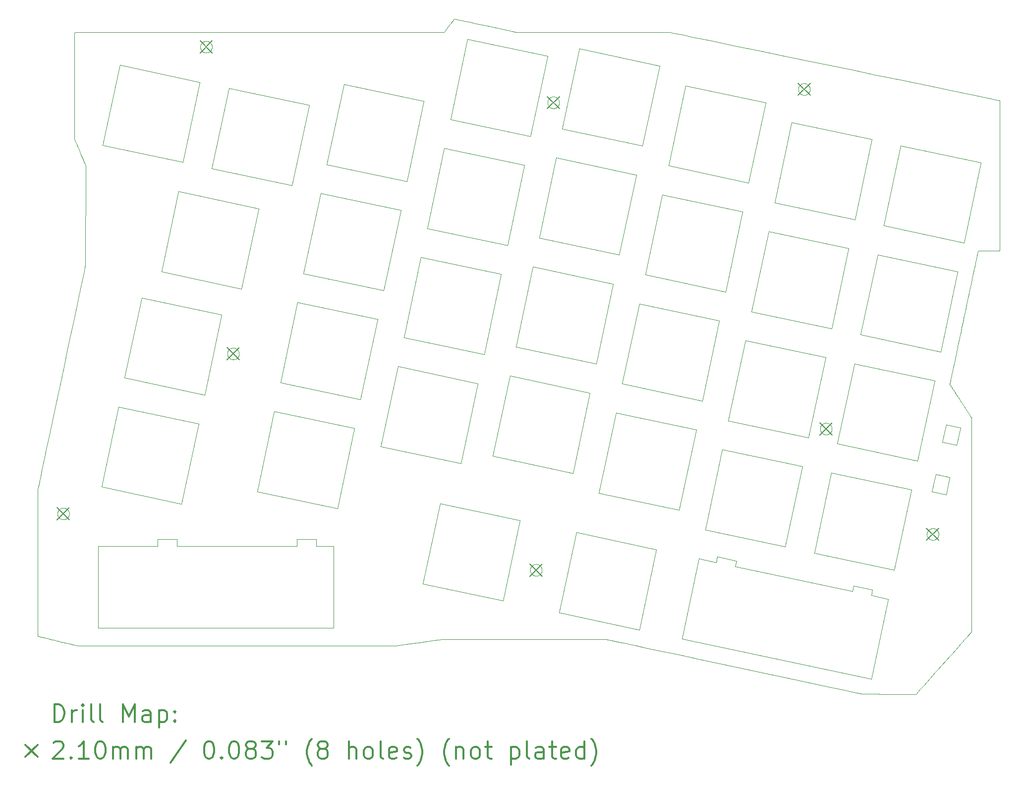
<source format=gbr>
%FSLAX45Y45*%
G04 Gerber Fmt 4.5, Leading zero omitted, Abs format (unit mm)*
G04 Created by KiCad (PCBNEW (5.1.5-0-10_14)) date 2020-05-14 05:50:13*
%MOMM*%
%LPD*%
G04 APERTURE LIST*
%TA.AperFunction,Profile*%
%ADD10C,0.050000*%
%TD*%
%ADD11C,0.200000*%
%ADD12C,0.300000*%
G04 APERTURE END LIST*
D10*
X18584373Y-6252774D02*
X18579454Y-6252655D01*
X18579454Y-6252655D02*
X18574774Y-6252322D01*
X18574774Y-6252322D02*
X18570273Y-6251793D01*
X18570273Y-6251793D02*
X18565912Y-6251083D01*
X18565912Y-6251083D02*
X18561655Y-6250198D01*
X18561655Y-6250198D02*
X18557596Y-6249170D01*
X18557596Y-6249170D02*
X18553605Y-6247981D01*
X18553605Y-6247981D02*
X18549686Y-6246632D01*
X18549686Y-6246632D02*
X18545842Y-6245128D01*
X18545842Y-6245128D02*
X18542353Y-6243600D01*
X18542353Y-6243600D02*
X18538529Y-6241739D01*
X18538529Y-6241739D02*
X18535063Y-6239871D01*
X18535063Y-6239871D02*
X18531327Y-6237655D01*
X18531327Y-6237655D02*
X18528258Y-6235665D01*
X18528258Y-6235665D02*
X18525299Y-6233590D01*
X18525299Y-6233590D02*
X18522420Y-6231413D01*
X18522420Y-6231413D02*
X18519623Y-6229135D01*
X18519623Y-6229135D02*
X18516689Y-6226558D01*
X18516689Y-6226558D02*
X18514099Y-6224108D01*
X18514099Y-6224108D02*
X18511546Y-6221513D01*
X18511546Y-6221513D02*
X18509039Y-6218770D01*
X18509039Y-6218770D02*
X18506586Y-6215878D01*
X18506586Y-6215878D02*
X18504357Y-6213043D01*
X18504357Y-6213043D02*
X18502228Y-6210127D01*
X18502228Y-6210127D02*
X18500204Y-6207133D01*
X18500204Y-6207133D02*
X18498209Y-6203934D01*
X18498209Y-6203934D02*
X18496388Y-6200755D01*
X18496388Y-6200755D02*
X18494647Y-6197436D01*
X18494647Y-6197436D02*
X18492966Y-6193907D01*
X18492966Y-6193907D02*
X18491448Y-6190375D01*
X18491448Y-6190375D02*
X18490026Y-6186666D01*
X18490026Y-6186666D02*
X18488748Y-6182887D01*
X18488748Y-6182887D02*
X18487579Y-6178893D01*
X18487579Y-6178893D02*
X18486573Y-6174832D01*
X18486573Y-6174832D02*
X18485713Y-6170592D01*
X18485713Y-6170592D02*
X18485030Y-6166249D01*
X18485030Y-6166249D02*
X18484517Y-6161649D01*
X18484517Y-6161649D02*
X18484210Y-6156867D01*
X18484210Y-6156867D02*
X18484127Y-6152757D01*
X14201010Y-5588013D02*
X14201010Y-5588013D01*
X13909841Y-6957463D02*
X14201010Y-5588013D01*
X12540434Y-6666379D02*
X13909841Y-6957463D01*
X12831518Y-5296929D02*
X12540434Y-6666379D01*
X14201010Y-5588013D02*
X12831518Y-5296929D01*
X14202703Y-6359725D02*
X14203674Y-6355573D01*
X14203674Y-6355573D02*
X14204785Y-6351578D01*
X14204785Y-6351578D02*
X14206101Y-6347516D01*
X14206101Y-6347516D02*
X14207463Y-6343834D01*
X14207463Y-6343834D02*
X14208960Y-6340231D01*
X14208960Y-6340231D02*
X14210587Y-6336710D01*
X14210587Y-6336710D02*
X14212323Y-6333307D01*
X14212323Y-6333307D02*
X14214142Y-6330055D01*
X14214142Y-6330055D02*
X14216074Y-6326886D01*
X14216074Y-6326886D02*
X14218159Y-6323740D01*
X14218159Y-6323740D02*
X14220287Y-6320776D01*
X14220287Y-6320776D02*
X14222528Y-6317885D01*
X14222528Y-6317885D02*
X14224843Y-6315113D01*
X14224843Y-6315113D02*
X14227265Y-6312419D01*
X14227265Y-6312419D02*
X14229885Y-6309712D01*
X14229885Y-6309712D02*
X14232491Y-6307211D01*
X14232491Y-6307211D02*
X14235139Y-6304846D01*
X14235139Y-6304846D02*
X14237955Y-6302507D01*
X14237955Y-6302507D02*
X14240807Y-6300307D01*
X14240807Y-6300307D02*
X14243735Y-6298211D01*
X14243735Y-6298211D02*
X14246862Y-6296141D01*
X14246862Y-6296141D02*
X14250194Y-6294113D01*
X14250194Y-6294113D02*
X14253437Y-6292303D01*
X14253437Y-6292303D02*
X14256815Y-6290579D01*
X14256815Y-6290579D02*
X14260914Y-6288698D01*
X14260914Y-6288698D02*
X14264553Y-6287209D01*
X14264553Y-6287209D02*
X14268254Y-6285861D01*
X14268254Y-6285861D02*
X14272067Y-6284642D01*
X14272067Y-6284642D02*
X14276045Y-6283547D01*
X14276045Y-6283547D02*
X14280337Y-6282560D01*
X14280337Y-6282560D02*
X14284986Y-6281713D01*
X14284986Y-6281713D02*
X14289423Y-6281116D01*
X14289423Y-6281116D02*
X14294136Y-6280703D01*
X14294136Y-6280703D02*
X14298968Y-6280513D01*
X14298968Y-6280513D02*
X14304071Y-6280568D01*
X14304071Y-6280568D02*
X14308931Y-6280863D01*
X14308931Y-6280863D02*
X14313498Y-6281359D01*
X14313498Y-6281359D02*
X14317920Y-6282041D01*
X14317920Y-6282041D02*
X14321321Y-6282703D01*
X14279750Y-6478334D02*
X14275595Y-6477360D01*
X14275595Y-6477360D02*
X14271598Y-6476246D01*
X14271598Y-6476246D02*
X14267533Y-6474927D01*
X14267533Y-6474927D02*
X14263812Y-6473549D01*
X14263812Y-6473549D02*
X14260280Y-6472080D01*
X14260280Y-6472080D02*
X14256581Y-6470367D01*
X14256581Y-6470367D02*
X14253179Y-6468624D01*
X14253179Y-6468624D02*
X14249928Y-6466799D01*
X14249928Y-6466799D02*
X14246793Y-6464882D01*
X14246793Y-6464882D02*
X14243741Y-6462858D01*
X14243741Y-6462858D02*
X14240775Y-6460729D01*
X14240775Y-6460729D02*
X14237691Y-6458333D01*
X14237691Y-6458333D02*
X14234653Y-6455774D01*
X14234653Y-6455774D02*
X14232000Y-6453363D01*
X14232000Y-6453363D02*
X14229280Y-6450701D01*
X14229280Y-6450701D02*
X14226794Y-6448080D01*
X14226794Y-6448080D02*
X14224407Y-6445375D01*
X14224407Y-6445375D02*
X14222132Y-6442604D01*
X14222132Y-6442604D02*
X14219781Y-6439513D01*
X14219781Y-6439513D02*
X14217604Y-6436412D01*
X14217604Y-6436412D02*
X14215585Y-6433296D01*
X14215585Y-6433296D02*
X14213645Y-6430043D01*
X14213645Y-6430043D02*
X14211846Y-6426750D01*
X14211846Y-6426750D02*
X14210154Y-6423357D01*
X14210154Y-6423357D02*
X14208441Y-6419553D01*
X14208441Y-6419553D02*
X14206994Y-6415958D01*
X14206994Y-6415958D02*
X14205672Y-6412268D01*
X14205672Y-6412268D02*
X14204452Y-6408376D01*
X14204452Y-6408376D02*
X14203344Y-6404244D01*
X14203344Y-6404244D02*
X14202420Y-6400093D01*
X14202420Y-6400093D02*
X14201648Y-6395741D01*
X14201648Y-6395741D02*
X14201053Y-6391188D01*
X14201053Y-6391188D02*
X14200650Y-6386281D01*
X14200650Y-6386281D02*
X14200491Y-6381329D01*
X14200491Y-6381329D02*
X14200582Y-6376340D01*
X14200582Y-6376340D02*
X14200896Y-6371637D01*
X14200896Y-6371637D02*
X14201417Y-6367070D01*
X14201417Y-6367070D02*
X14202124Y-6362649D01*
X14202124Y-6362649D02*
X14202703Y-6359725D01*
X14398283Y-6401313D02*
X14397312Y-6405464D01*
X14397312Y-6405464D02*
X14396213Y-6409420D01*
X14396213Y-6409420D02*
X14394988Y-6413223D01*
X14394988Y-6413223D02*
X14393480Y-6417312D01*
X14393480Y-6417312D02*
X14391964Y-6420948D01*
X14391964Y-6420948D02*
X14390332Y-6424466D01*
X14390332Y-6424466D02*
X14388572Y-6427899D01*
X14388572Y-6427899D02*
X14386748Y-6431147D01*
X14386748Y-6431147D02*
X14384687Y-6434505D01*
X14384687Y-6434505D02*
X14382644Y-6437563D01*
X14382644Y-6437563D02*
X14380428Y-6440625D01*
X14380428Y-6440625D02*
X14378187Y-6443490D01*
X14378187Y-6443490D02*
X14375848Y-6446265D01*
X14375848Y-6446265D02*
X14373415Y-6448948D01*
X14373415Y-6448948D02*
X14370931Y-6451497D01*
X14370931Y-6451497D02*
X14368279Y-6454029D01*
X14368279Y-6454029D02*
X14365468Y-6456521D01*
X14365468Y-6456521D02*
X14362715Y-6458787D01*
X14362715Y-6458787D02*
X14359583Y-6461175D01*
X14359583Y-6461175D02*
X14356641Y-6463249D01*
X14356641Y-6463249D02*
X14353596Y-6465236D01*
X14353596Y-6465236D02*
X14350285Y-6467225D01*
X14350285Y-6467225D02*
X14347000Y-6469033D01*
X14347000Y-6469033D02*
X14343511Y-6470783D01*
X14343511Y-6470783D02*
X14340057Y-6472354D01*
X14340057Y-6472354D02*
X14336472Y-6473821D01*
X14336472Y-6473821D02*
X14332792Y-6475163D01*
X14332792Y-6475163D02*
X14328910Y-6476405D01*
X14328910Y-6476405D02*
X14324825Y-6477527D01*
X14324825Y-6477527D02*
X14320684Y-6478477D01*
X14320684Y-6478477D02*
X14316454Y-6479257D01*
X14316454Y-6479257D02*
X14311949Y-6479882D01*
X14311949Y-6479882D02*
X14307360Y-6480303D01*
X14307360Y-6480303D02*
X14302537Y-6480516D01*
X14302537Y-6480516D02*
X14297287Y-6480480D01*
X14297287Y-6480480D02*
X14292435Y-6480200D01*
X14292435Y-6480200D02*
X14287876Y-6479719D01*
X14287876Y-6479719D02*
X14283461Y-6479051D01*
X14283461Y-6479051D02*
X14279750Y-6478334D01*
X14321321Y-6282703D02*
X14325624Y-6283717D01*
X14325624Y-6283717D02*
X14329574Y-6284825D01*
X14329574Y-6284825D02*
X14333519Y-6286109D01*
X14333519Y-6286109D02*
X14337198Y-6287474D01*
X14337198Y-6287474D02*
X14340799Y-6288972D01*
X14340799Y-6288972D02*
X14344265Y-6290576D01*
X14344265Y-6290576D02*
X14347582Y-6292267D01*
X14347582Y-6292267D02*
X14350836Y-6294082D01*
X14350836Y-6294082D02*
X14353975Y-6295990D01*
X14353975Y-6295990D02*
X14357030Y-6298006D01*
X14357030Y-6298006D02*
X14359969Y-6300104D01*
X14359969Y-6300104D02*
X14363001Y-6302442D01*
X14363001Y-6302442D02*
X14365904Y-6304865D01*
X14365904Y-6304865D02*
X14368570Y-6307261D01*
X14368570Y-6307261D02*
X14371383Y-6309988D01*
X14371383Y-6309988D02*
X14373905Y-6312624D01*
X14373905Y-6312624D02*
X14376571Y-6315632D01*
X14376571Y-6315632D02*
X14378892Y-6318462D01*
X14378892Y-6318462D02*
X14381218Y-6321524D01*
X14381218Y-6321524D02*
X14383320Y-6324515D01*
X14383320Y-6324515D02*
X14385833Y-6328426D01*
X14385833Y-6328426D02*
X14387718Y-6331647D01*
X14387718Y-6331647D02*
X14389560Y-6335087D01*
X14389560Y-6335087D02*
X14391205Y-6338462D01*
X14391205Y-6338462D02*
X14392783Y-6342038D01*
X14392783Y-6342038D02*
X14394208Y-6345643D01*
X14394208Y-6345643D02*
X14395531Y-6349413D01*
X14395531Y-6349413D02*
X14396704Y-6353242D01*
X14396704Y-6353242D02*
X14397751Y-6357234D01*
X14397751Y-6357234D02*
X14398656Y-6361391D01*
X14398656Y-6361391D02*
X14399407Y-6365748D01*
X14399407Y-6365748D02*
X14399981Y-6370307D01*
X14399981Y-6370307D02*
X14400350Y-6375006D01*
X14400350Y-6375006D02*
X14400496Y-6379863D01*
X14400496Y-6379863D02*
X14400390Y-6385009D01*
X14400390Y-6385009D02*
X14400060Y-6389715D01*
X14400060Y-6389715D02*
X14399525Y-6394282D01*
X14399525Y-6394282D02*
X14398804Y-6398704D01*
X14398804Y-6398704D02*
X14398283Y-6401313D01*
X16113884Y-5751039D02*
X16113884Y-5751039D01*
X15822800Y-7120488D02*
X16113884Y-5751039D01*
X14453317Y-6829404D02*
X15822800Y-7120488D01*
X14744401Y-5459955D02*
X14453317Y-6829404D01*
X16113884Y-5751039D02*
X14744401Y-5459955D01*
X8264217Y-6030718D02*
X8264217Y-6030718D01*
X7973125Y-7400176D02*
X8264217Y-6030718D01*
X6603675Y-7109084D02*
X7973125Y-7400176D01*
X6894768Y-5739634D02*
X6603675Y-7109084D01*
X8264217Y-6030718D02*
X6894768Y-5739634D01*
X12089965Y-6357024D02*
X12089965Y-6357024D01*
X11798881Y-7726473D02*
X12089965Y-6357024D01*
X10429432Y-7435389D02*
X11798881Y-7726473D01*
X10720516Y-6065940D02*
X10429432Y-7435389D01*
X12089965Y-6357024D02*
X10720516Y-6065940D01*
X17927698Y-6380155D02*
X17927698Y-6380155D01*
X17636614Y-7749604D02*
X17927698Y-6380155D01*
X16267131Y-7458520D02*
X17636614Y-7749604D01*
X16558215Y-6089071D02*
X16267131Y-7458520D01*
X17927698Y-6380155D02*
X16558215Y-6089071D01*
X10127578Y-6426789D02*
X10127578Y-6426789D01*
X9836494Y-7796247D02*
X10127578Y-6426789D01*
X8467045Y-7505155D02*
X9836494Y-7796247D01*
X8758129Y-6135705D02*
X8467045Y-7505155D01*
X10127578Y-6426789D02*
X8758129Y-6135705D01*
X19741597Y-7009025D02*
X19741597Y-7009025D01*
X19450513Y-8378474D02*
X19741597Y-7009025D01*
X18081029Y-8087390D02*
X19450513Y-8378474D01*
X18372113Y-6717941D02*
X18081029Y-8087390D01*
X19741597Y-7009025D02*
X18372113Y-6717941D01*
X21604941Y-7405095D02*
X21604941Y-7405095D01*
X21313857Y-8774545D02*
X21604941Y-7405095D01*
X19944373Y-8483461D02*
X21313857Y-8774545D01*
X20235542Y-7114011D02*
X19944373Y-8483461D01*
X21604941Y-7405095D02*
X20235542Y-7114011D01*
X13804939Y-7451383D02*
X13804939Y-7451383D01*
X13513771Y-8820832D02*
X13804939Y-7451383D01*
X12144364Y-8529748D02*
X13513771Y-8820832D01*
X12435448Y-7160299D02*
X12144364Y-8529748D01*
X13804939Y-7451383D02*
X12435448Y-7160299D01*
X15717813Y-7614408D02*
X15717813Y-7614408D01*
X15426729Y-8983858D02*
X15717813Y-7614408D01*
X14057246Y-8692774D02*
X15426729Y-8983858D01*
X14348330Y-7323324D02*
X14057246Y-8692774D01*
X15717813Y-7614408D02*
X14348330Y-7323324D01*
X9265672Y-8191141D02*
X9265672Y-8191141D01*
X8974579Y-9560590D02*
X9265672Y-8191141D01*
X7605130Y-9269506D02*
X8974579Y-9560590D01*
X7896222Y-7900057D02*
X7605130Y-9269506D01*
X9265672Y-8191141D02*
X7896222Y-7900057D01*
X11693895Y-8220385D02*
X11693895Y-8220385D01*
X11402811Y-9589843D02*
X11693895Y-8220385D01*
X10033361Y-9298750D02*
X11402811Y-9589843D01*
X10324445Y-7929301D02*
X10033361Y-9298750D01*
X11693895Y-8220385D02*
X10324445Y-7929301D01*
X17531627Y-8243524D02*
X17531627Y-8243524D01*
X17240543Y-9612974D02*
X17531627Y-8243524D01*
X15871060Y-9321890D02*
X17240543Y-9612974D01*
X16162144Y-7952440D02*
X15871060Y-9321890D01*
X17531627Y-8243524D02*
X16162144Y-7952440D01*
X19345526Y-8872386D02*
X19345526Y-8872386D01*
X19054442Y-10241844D02*
X19345526Y-8872386D01*
X17684959Y-9950751D02*
X19054442Y-10241844D01*
X17976043Y-8581302D02*
X17684959Y-9950751D01*
X19345526Y-8872386D02*
X17976043Y-8581302D01*
X21208870Y-9268457D02*
X21208870Y-9268457D01*
X20917786Y-10637914D02*
X21208870Y-9268457D01*
X19548303Y-10346822D02*
X20917786Y-10637914D01*
X19839471Y-8977373D02*
X19548303Y-10346822D01*
X21208870Y-9268457D02*
X19839471Y-8977373D01*
X13408869Y-9314744D02*
X13408869Y-9314744D01*
X13117785Y-10684193D02*
X13408869Y-9314744D01*
X11748293Y-10393109D02*
X13117785Y-10684193D01*
X12039377Y-9023660D02*
X11748293Y-10393109D01*
X13408869Y-9314744D02*
X12039377Y-9023660D01*
X8851999Y-10573331D02*
X8851999Y-10573331D01*
X15321743Y-9477769D02*
X15321743Y-9477769D01*
X15030659Y-10847227D02*
X15321743Y-9477769D01*
X13661175Y-10556135D02*
X15030659Y-10847227D01*
X13952259Y-9186685D02*
X13661175Y-10556135D01*
X15321743Y-9477769D02*
X13952259Y-9186685D01*
X8733398Y-10650352D02*
X8734346Y-10646297D01*
X8734346Y-10646297D02*
X8735439Y-10642358D01*
X8735439Y-10642358D02*
X8736700Y-10638441D01*
X8736700Y-10638441D02*
X8738111Y-10634607D01*
X8738111Y-10634607D02*
X8739604Y-10631001D01*
X8739604Y-10631001D02*
X8741203Y-10627529D01*
X8741203Y-10627529D02*
X8742889Y-10624206D01*
X8742889Y-10624206D02*
X8744699Y-10620947D01*
X8744699Y-10620947D02*
X8746664Y-10617707D01*
X8746664Y-10617707D02*
X8748700Y-10614618D01*
X8748700Y-10614618D02*
X8750820Y-10611647D01*
X8750820Y-10611647D02*
X8753042Y-10608763D01*
X8753042Y-10608763D02*
X8755361Y-10605969D01*
X8755361Y-10605969D02*
X8757776Y-10603267D01*
X8757776Y-10603267D02*
X8760602Y-10600339D01*
X8760602Y-10600339D02*
X8763207Y-10597839D01*
X8763207Y-10597839D02*
X8765855Y-10595473D01*
X8765855Y-10595473D02*
X8768671Y-10593134D01*
X8768671Y-10593134D02*
X8771523Y-10590934D01*
X8771523Y-10590934D02*
X8774481Y-10588817D01*
X8774481Y-10588817D02*
X8777576Y-10586768D01*
X8777576Y-10586768D02*
X8781037Y-10584664D01*
X8781037Y-10584664D02*
X8784315Y-10582842D01*
X8784315Y-10582842D02*
X8787695Y-10581125D01*
X8787695Y-10581125D02*
X8791485Y-10579385D01*
X8791485Y-10579385D02*
X8795103Y-10577897D01*
X8795103Y-10577897D02*
X8798818Y-10576538D01*
X8798818Y-10576538D02*
X8802663Y-10575302D01*
X8802663Y-10575302D02*
X8806583Y-10574216D01*
X8806583Y-10574216D02*
X8810889Y-10573218D01*
X8810889Y-10573218D02*
X8815383Y-10572389D01*
X8815383Y-10572389D02*
X8820081Y-10571748D01*
X8820081Y-10571748D02*
X8824675Y-10571340D01*
X8824675Y-10571340D02*
X8829620Y-10571141D01*
X8829620Y-10571141D02*
X8834603Y-10571189D01*
X8834603Y-10571189D02*
X8839459Y-10571477D01*
X8839459Y-10571477D02*
X8844023Y-10571965D01*
X8844023Y-10571965D02*
X8848442Y-10572640D01*
X8848442Y-10572640D02*
X8851999Y-10573331D01*
X8810419Y-10768962D02*
X8806151Y-10767957D01*
X8806151Y-10767957D02*
X8802158Y-10766839D01*
X8802158Y-10766839D02*
X8798358Y-10765606D01*
X8798358Y-10765606D02*
X8794674Y-10764248D01*
X8794674Y-10764248D02*
X8791068Y-10762754D01*
X8791068Y-10762754D02*
X8787543Y-10761130D01*
X8787543Y-10761130D02*
X8784018Y-10759334D01*
X8784018Y-10759334D02*
X8780748Y-10757504D01*
X8780748Y-10757504D02*
X8777579Y-10755571D01*
X8777579Y-10755571D02*
X8774558Y-10753572D01*
X8774558Y-10753572D02*
X8771590Y-10751447D01*
X8771590Y-10751447D02*
X8768695Y-10749209D01*
X8768695Y-10749209D02*
X8765806Y-10746799D01*
X8765806Y-10746799D02*
X8762781Y-10744068D01*
X8762781Y-10744068D02*
X8760086Y-10741435D01*
X8760086Y-10741435D02*
X8757598Y-10738819D01*
X8757598Y-10738819D02*
X8755110Y-10736003D01*
X8755110Y-10736003D02*
X8752836Y-10733231D01*
X8752836Y-10733231D02*
X8750553Y-10730231D01*
X8750553Y-10730231D02*
X8748395Y-10727164D01*
X8748395Y-10727164D02*
X8746412Y-10724115D01*
X8746412Y-10724115D02*
X8744503Y-10720930D01*
X8744503Y-10720930D02*
X8742721Y-10717693D01*
X8742721Y-10717693D02*
X8741025Y-10714323D01*
X8741025Y-10714323D02*
X8739403Y-10710768D01*
X8739403Y-10710768D02*
X8737920Y-10707148D01*
X8737920Y-10707148D02*
X8736564Y-10703431D01*
X8736564Y-10703431D02*
X8735333Y-10699584D01*
X8735333Y-10699584D02*
X8734237Y-10695607D01*
X8734237Y-10695607D02*
X8733289Y-10691503D01*
X8733289Y-10691503D02*
X8732477Y-10687123D01*
X8732477Y-10687123D02*
X8731864Y-10682730D01*
X8731864Y-10682730D02*
X8731432Y-10678101D01*
X8731432Y-10678101D02*
X8731213Y-10673198D01*
X8731213Y-10673198D02*
X8731239Y-10668218D01*
X8731239Y-10668218D02*
X8731504Y-10663363D01*
X8731504Y-10663363D02*
X8731971Y-10658801D01*
X8731971Y-10658801D02*
X8732625Y-10654383D01*
X8732625Y-10654383D02*
X8733398Y-10650352D01*
X8929028Y-10691940D02*
X8928054Y-10696091D01*
X8928054Y-10696091D02*
X8926939Y-10700086D01*
X8926939Y-10700086D02*
X8925710Y-10703888D01*
X8925710Y-10703888D02*
X8924255Y-10707830D01*
X8924255Y-10707830D02*
X8922756Y-10711433D01*
X8922756Y-10711433D02*
X8921126Y-10714954D01*
X8921126Y-10714954D02*
X8919370Y-10718391D01*
X8919370Y-10718391D02*
X8917548Y-10721642D01*
X8917548Y-10721642D02*
X8915572Y-10724875D01*
X8915572Y-10724875D02*
X8913547Y-10727925D01*
X8913547Y-10727925D02*
X8911441Y-10730858D01*
X8911441Y-10730858D02*
X8908986Y-10734015D01*
X8908986Y-10734015D02*
X8906662Y-10736779D01*
X8906662Y-10736779D02*
X8904232Y-10739465D01*
X8904232Y-10739465D02*
X8901751Y-10742018D01*
X8901751Y-10742018D02*
X8899101Y-10744555D01*
X8899101Y-10744555D02*
X8896164Y-10747160D01*
X8896164Y-10747160D02*
X8893366Y-10749461D01*
X8893366Y-10749461D02*
X8890292Y-10751803D01*
X8890292Y-10751803D02*
X8887349Y-10753877D01*
X8887349Y-10753877D02*
X8884239Y-10755904D01*
X8884239Y-10755904D02*
X8880991Y-10757852D01*
X8880991Y-10757852D02*
X8877704Y-10759660D01*
X8877704Y-10759660D02*
X8874113Y-10761459D01*
X8874113Y-10761459D02*
X8870622Y-10763040D01*
X8870622Y-10763040D02*
X8867033Y-10764503D01*
X8867033Y-10764503D02*
X8863331Y-10765845D01*
X8863331Y-10765845D02*
X8859464Y-10767076D01*
X8859464Y-10767076D02*
X8855485Y-10768164D01*
X8855485Y-10768164D02*
X8851230Y-10769135D01*
X8851230Y-10769135D02*
X8846883Y-10769927D01*
X8846883Y-10769927D02*
X8842374Y-10770539D01*
X8842374Y-10770539D02*
X8837741Y-10770951D01*
X8837741Y-10770951D02*
X8832933Y-10771148D01*
X8832933Y-10771148D02*
X8827970Y-10771107D01*
X8827970Y-10771107D02*
X8823115Y-10770827D01*
X8823115Y-10770827D02*
X8818552Y-10770347D01*
X8818552Y-10770347D02*
X8813975Y-10769651D01*
X8813975Y-10769651D02*
X8810419Y-10768962D01*
X8851999Y-10573331D02*
X8856150Y-10574304D01*
X8856150Y-10574304D02*
X8860164Y-10575424D01*
X8860164Y-10575424D02*
X8864060Y-10576685D01*
X8864060Y-10576685D02*
X8867855Y-10578087D01*
X8867855Y-10578087D02*
X8871494Y-10579600D01*
X8871494Y-10579600D02*
X8874963Y-10581204D01*
X8874963Y-10581204D02*
X8878317Y-10582913D01*
X8878317Y-10582913D02*
X8881672Y-10584788D01*
X8881672Y-10584788D02*
X8884841Y-10586721D01*
X8884841Y-10586721D02*
X8887878Y-10588732D01*
X8887878Y-10588732D02*
X8890921Y-10590914D01*
X8890921Y-10590914D02*
X8893828Y-10593166D01*
X8893828Y-10593166D02*
X8896586Y-10595469D01*
X8896586Y-10595469D02*
X8899241Y-10597852D01*
X8899241Y-10597852D02*
X8901804Y-10600324D01*
X8901804Y-10600324D02*
X8904415Y-10603033D01*
X8904415Y-10603033D02*
X8906822Y-10605721D01*
X8906822Y-10605721D02*
X8909293Y-10608696D01*
X8909293Y-10608696D02*
X8911512Y-10611580D01*
X8911512Y-10611580D02*
X8913753Y-10614727D01*
X8913753Y-10614727D02*
X8915830Y-10617894D01*
X8915830Y-10617894D02*
X8917778Y-10621121D01*
X8917778Y-10621121D02*
X8919639Y-10624485D01*
X8919639Y-10624485D02*
X8921322Y-10627819D01*
X8921322Y-10627819D02*
X8922898Y-10631251D01*
X8922898Y-10631251D02*
X8924406Y-10634902D01*
X8924406Y-10634902D02*
X8925759Y-10638579D01*
X8925759Y-10638579D02*
X8927002Y-10642422D01*
X8927002Y-10642422D02*
X8928109Y-10646394D01*
X8928109Y-10646394D02*
X8929070Y-10650494D01*
X8929070Y-10650494D02*
X8929871Y-10654721D01*
X8929871Y-10654721D02*
X8930504Y-10659108D01*
X8930504Y-10659108D02*
X8930954Y-10663694D01*
X8930954Y-10663694D02*
X8931195Y-10668476D01*
X8931195Y-10668476D02*
X8931197Y-10673607D01*
X8931197Y-10673607D02*
X8930955Y-10678459D01*
X8930955Y-10678459D02*
X8930492Y-10683176D01*
X8930492Y-10683176D02*
X8929853Y-10687593D01*
X8929853Y-10687593D02*
X8929045Y-10691861D01*
X8929045Y-10691861D02*
X8929028Y-10691940D01*
X8636556Y-10004972D02*
X8636556Y-10004972D01*
X8345463Y-11374421D02*
X8636556Y-10004972D01*
X6976640Y-11083473D02*
X8345463Y-11374421D01*
X7267733Y-9714023D02*
X6976640Y-11083473D01*
X8636556Y-10004972D02*
X7267733Y-9714023D01*
X11297824Y-10083754D02*
X11297824Y-10083754D01*
X11006740Y-11453204D02*
X11297824Y-10083754D01*
X9637291Y-11162120D02*
X11006740Y-11453204D01*
X9928375Y-9792670D02*
X9637291Y-11162120D01*
X11297824Y-10083754D02*
X9928375Y-9792670D01*
X17135557Y-10106885D02*
X17135557Y-10106885D01*
X16844473Y-11476343D02*
X17135557Y-10106885D01*
X15474989Y-11185250D02*
X16844473Y-11476343D01*
X15766073Y-9815801D02*
X15474989Y-11185250D01*
X17135557Y-10106885D02*
X15766073Y-9815801D01*
X18979343Y-11856048D02*
X18979343Y-11856048D01*
X18949455Y-10735755D02*
X18949455Y-10735755D01*
X18658371Y-12105196D02*
X18949455Y-10735755D01*
X17288888Y-11814121D02*
X18658371Y-12105196D01*
X17579972Y-10444671D02*
X17288888Y-11814121D01*
X18949455Y-10735755D02*
X17579972Y-10444671D01*
X18860725Y-11933069D02*
X18861695Y-11928917D01*
X18861695Y-11928917D02*
X18862806Y-11924922D01*
X18862806Y-11924922D02*
X18864122Y-11920860D01*
X18864122Y-11920860D02*
X18865484Y-11917178D01*
X18865484Y-11917178D02*
X18866981Y-11913575D01*
X18866981Y-11913575D02*
X18868608Y-11910055D01*
X18868608Y-11910055D02*
X18870344Y-11906651D01*
X18870344Y-11906651D02*
X18872163Y-11903399D01*
X18872163Y-11903399D02*
X18874095Y-11900230D01*
X18874095Y-11900230D02*
X18876180Y-11897084D01*
X18876180Y-11897084D02*
X18878308Y-11894120D01*
X18878308Y-11894120D02*
X18880549Y-11891229D01*
X18880549Y-11891229D02*
X18882864Y-11888457D01*
X18882864Y-11888457D02*
X18885286Y-11885763D01*
X18885286Y-11885763D02*
X18887907Y-11883056D01*
X18887907Y-11883056D02*
X18890512Y-11880556D01*
X18890512Y-11880556D02*
X18893161Y-11878190D01*
X18893161Y-11878190D02*
X18895977Y-11875851D01*
X18895977Y-11875851D02*
X18898828Y-11873651D01*
X18898828Y-11873651D02*
X18901757Y-11871555D01*
X18901757Y-11871555D02*
X18904884Y-11869485D01*
X18904884Y-11869485D02*
X18908216Y-11867457D01*
X18908216Y-11867457D02*
X18911459Y-11865647D01*
X18911459Y-11865647D02*
X18914837Y-11863924D01*
X18914837Y-11863924D02*
X18918935Y-11862042D01*
X18918935Y-11862042D02*
X18922574Y-11860553D01*
X18922574Y-11860553D02*
X18926276Y-11859205D01*
X18926276Y-11859205D02*
X18930088Y-11857987D01*
X18930088Y-11857987D02*
X18934066Y-11856891D01*
X18934066Y-11856891D02*
X18938358Y-11855904D01*
X18938358Y-11855904D02*
X18943007Y-11855058D01*
X18943007Y-11855058D02*
X18947444Y-11854460D01*
X18947444Y-11854460D02*
X18952157Y-11854047D01*
X18952157Y-11854047D02*
X18956989Y-11853857D01*
X18956989Y-11853857D02*
X18962093Y-11853912D01*
X18962093Y-11853912D02*
X18966953Y-11854207D01*
X18966953Y-11854207D02*
X18971519Y-11854703D01*
X18971519Y-11854703D02*
X18975942Y-11855385D01*
X18975942Y-11855385D02*
X18979343Y-11856048D01*
X18937687Y-12051687D02*
X18933539Y-12050710D01*
X18933539Y-12050710D02*
X18929548Y-12049593D01*
X18929548Y-12049593D02*
X18925748Y-12048362D01*
X18925748Y-12048362D02*
X18921955Y-12046963D01*
X18921955Y-12046963D02*
X18918387Y-12045484D01*
X18918387Y-12045484D02*
X18914829Y-12043843D01*
X18914829Y-12043843D02*
X18911255Y-12042018D01*
X18911255Y-12042018D02*
X18908039Y-12040215D01*
X18908039Y-12040215D02*
X18904904Y-12038302D01*
X18904904Y-12038302D02*
X18901836Y-12036271D01*
X18901836Y-12036271D02*
X18898764Y-12034066D01*
X18898764Y-12034066D02*
X18895889Y-12031836D01*
X18895889Y-12031836D02*
X18893103Y-12029509D01*
X18893103Y-12029509D02*
X18890189Y-12026881D01*
X18890189Y-12026881D02*
X18887624Y-12024387D01*
X18887624Y-12024387D02*
X18885102Y-12021751D01*
X18885102Y-12021751D02*
X18882704Y-12019057D01*
X18882704Y-12019057D02*
X18880243Y-12016076D01*
X18880243Y-12016076D02*
X18877944Y-12013065D01*
X18877944Y-12013065D02*
X18875688Y-12009863D01*
X18875688Y-12009863D02*
X18873716Y-12006830D01*
X18873716Y-12006830D02*
X18871808Y-12003646D01*
X18871808Y-12003646D02*
X18870026Y-12000410D01*
X18870026Y-12000410D02*
X18868331Y-11997041D01*
X18868331Y-11997041D02*
X18866710Y-11993487D01*
X18866710Y-11993487D02*
X18865247Y-11989920D01*
X18865247Y-11989920D02*
X18863872Y-11986152D01*
X18863872Y-11986152D02*
X18862631Y-11982269D01*
X18862631Y-11982269D02*
X18861547Y-11978330D01*
X18861547Y-11978330D02*
X18860592Y-11974189D01*
X18860592Y-11974189D02*
X18859746Y-11969582D01*
X18859746Y-11969582D02*
X18859141Y-11965149D01*
X18859141Y-11965149D02*
X18858728Y-11960555D01*
X18858728Y-11960555D02*
X18858521Y-11955456D01*
X18858521Y-11955456D02*
X18858572Y-11950472D01*
X18858572Y-11950472D02*
X18858863Y-11945614D01*
X18858863Y-11945614D02*
X18859354Y-11941049D01*
X18859354Y-11941049D02*
X18860032Y-11936627D01*
X18860032Y-11936627D02*
X18860725Y-11933069D01*
X19056305Y-11974657D02*
X19055334Y-11978809D01*
X19055334Y-11978809D02*
X19054223Y-11982805D01*
X19054223Y-11982805D02*
X19052907Y-11986868D01*
X19052907Y-11986868D02*
X19051544Y-11990551D01*
X19051544Y-11990551D02*
X19050048Y-11994153D01*
X19050048Y-11994153D02*
X19048437Y-11997639D01*
X19048437Y-11997639D02*
X19046739Y-12000975D01*
X19046739Y-12000975D02*
X19044923Y-12004230D01*
X19044923Y-12004230D02*
X19042954Y-12007466D01*
X19042954Y-12007466D02*
X19040924Y-12010534D01*
X19040924Y-12010534D02*
X19038538Y-12013850D01*
X19038538Y-12013850D02*
X19036301Y-12016718D01*
X19036301Y-12016718D02*
X19033966Y-12019496D01*
X19033966Y-12019496D02*
X19031536Y-12022182D01*
X19031536Y-12022182D02*
X19029055Y-12024734D01*
X19029055Y-12024734D02*
X19026406Y-12027270D01*
X19026406Y-12027270D02*
X19023469Y-12029875D01*
X19023469Y-12029875D02*
X19020671Y-12032175D01*
X19020671Y-12032175D02*
X19017475Y-12034604D01*
X19017475Y-12034604D02*
X19014529Y-12036673D01*
X19014529Y-12036673D02*
X19011479Y-12038654D01*
X19011479Y-12038654D02*
X19008294Y-12040562D01*
X19008294Y-12040562D02*
X19005006Y-12042370D01*
X19005006Y-12042370D02*
X19001651Y-12044055D01*
X19001651Y-12044055D02*
X18998094Y-12045675D01*
X18998094Y-12045675D02*
X18994472Y-12047157D01*
X18994472Y-12047157D02*
X18990753Y-12048511D01*
X18990753Y-12048511D02*
X18986940Y-12049730D01*
X18986940Y-12049730D02*
X18982852Y-12050853D01*
X18982852Y-12050853D02*
X18978670Y-12051813D01*
X18978670Y-12051813D02*
X18974323Y-12052612D01*
X18974323Y-12052612D02*
X18969927Y-12053219D01*
X18969927Y-12053219D02*
X18965333Y-12053642D01*
X18965333Y-12053642D02*
X18960544Y-12053855D01*
X18960544Y-12053855D02*
X18955561Y-12053832D01*
X18955561Y-12053832D02*
X18950704Y-12053569D01*
X18950704Y-12053569D02*
X18946140Y-12053106D01*
X18946140Y-12053106D02*
X18941719Y-12052455D01*
X18941719Y-12052455D02*
X18937687Y-12051687D01*
X18979343Y-11856048D02*
X18983645Y-11857061D01*
X18983645Y-11857061D02*
X18987595Y-11858169D01*
X18987595Y-11858169D02*
X18991541Y-11859454D01*
X18991541Y-11859454D02*
X18995220Y-11860818D01*
X18995220Y-11860818D02*
X18998820Y-11862317D01*
X18998820Y-11862317D02*
X19002286Y-11863920D01*
X19002286Y-11863920D02*
X19005604Y-11865611D01*
X19005604Y-11865611D02*
X19008858Y-11867426D01*
X19008858Y-11867426D02*
X19011996Y-11869335D01*
X19011996Y-11869335D02*
X19015052Y-11871350D01*
X19015052Y-11871350D02*
X19017991Y-11873448D01*
X19017991Y-11873448D02*
X19021022Y-11875787D01*
X19021022Y-11875787D02*
X19023925Y-11878209D01*
X19023925Y-11878209D02*
X19026591Y-11880606D01*
X19026591Y-11880606D02*
X19029405Y-11883332D01*
X19029405Y-11883332D02*
X19031927Y-11885968D01*
X19031927Y-11885968D02*
X19034593Y-11888977D01*
X19034593Y-11888977D02*
X19036914Y-11891806D01*
X19036914Y-11891806D02*
X19039239Y-11894868D01*
X19039239Y-11894868D02*
X19041341Y-11897860D01*
X19041341Y-11897860D02*
X19043854Y-11901771D01*
X19043854Y-11901771D02*
X19045739Y-11904991D01*
X19045739Y-11904991D02*
X19047582Y-11908431D01*
X19047582Y-11908431D02*
X19049227Y-11911806D01*
X19049227Y-11911806D02*
X19050804Y-11915382D01*
X19050804Y-11915382D02*
X19052230Y-11918987D01*
X19052230Y-11918987D02*
X19053552Y-11922758D01*
X19053552Y-11922758D02*
X19054725Y-11926586D01*
X19054725Y-11926586D02*
X19055773Y-11930579D01*
X19055773Y-11930579D02*
X19056678Y-11934735D01*
X19056678Y-11934735D02*
X19057429Y-11939093D01*
X19057429Y-11939093D02*
X19058003Y-11943651D01*
X19058003Y-11943651D02*
X19058371Y-11948350D01*
X19058371Y-11948350D02*
X19058517Y-11953207D01*
X19058517Y-11953207D02*
X19058412Y-11958353D01*
X19058412Y-11958353D02*
X19058082Y-11963059D01*
X19058082Y-11963059D02*
X19057547Y-11967626D01*
X19057547Y-11967626D02*
X19056825Y-11972048D01*
X19056825Y-11972048D02*
X19056305Y-11974657D01*
X21252727Y-11938073D02*
X21252727Y-11938073D01*
X21190328Y-12231519D02*
X21252727Y-11938073D01*
X20947081Y-12179787D02*
X21190328Y-12231519D01*
X21009395Y-11886358D02*
X20947081Y-12179787D01*
X21252727Y-11938073D02*
X21009395Y-11886358D01*
X20812799Y-11131826D02*
X20812799Y-11131826D01*
X20521715Y-12501267D02*
X20812799Y-11131826D01*
X19152317Y-12210183D02*
X20521715Y-12501267D01*
X19443401Y-10840742D02*
X19152317Y-12210183D01*
X20812799Y-11131826D02*
X19443401Y-10840742D01*
X13012756Y-11178113D02*
X13012756Y-11178113D01*
X12721672Y-12547579D02*
X13012756Y-11178113D01*
X11352222Y-12256495D02*
X12721672Y-12547579D01*
X11643306Y-10887029D02*
X11352222Y-12256495D01*
X13012756Y-11178113D02*
X11643306Y-10887029D01*
X14925672Y-11341139D02*
X14925672Y-11341139D01*
X14634588Y-12710563D02*
X14925672Y-11341139D01*
X13265105Y-12419479D02*
X14634588Y-12710563D01*
X13556189Y-11050055D02*
X13265105Y-12419479D01*
X14925672Y-11341139D02*
X13556189Y-11050055D01*
X21073319Y-12782106D02*
X21073319Y-12782106D01*
X21010919Y-13075561D02*
X21073319Y-12782106D01*
X20767672Y-13023829D02*
X21010919Y-13075561D01*
X20829987Y-12730375D02*
X20767672Y-13023829D01*
X21073319Y-12782106D02*
X20829987Y-12730375D01*
X8240739Y-11868392D02*
X8240739Y-11868392D01*
X7949655Y-13237867D02*
X8240739Y-11868392D01*
X6580206Y-12946783D02*
X7949655Y-13237867D01*
X6871290Y-11577308D02*
X6580206Y-12946783D01*
X8240739Y-11868392D02*
X6871290Y-11577308D01*
X10901753Y-11947123D02*
X10901753Y-11947123D01*
X10610669Y-13316607D02*
X10901753Y-11947123D01*
X9241220Y-13025523D02*
X10610669Y-13316607D01*
X9532304Y-11656040D02*
X9241220Y-13025523D01*
X10901753Y-11947123D02*
X9532304Y-11656040D01*
X16739486Y-11970254D02*
X16739486Y-11970254D01*
X16448402Y-13339721D02*
X16739486Y-11970254D01*
X15078919Y-13048637D02*
X16448402Y-13339721D01*
X15370003Y-11679170D02*
X15078919Y-13048637D01*
X16739486Y-11970254D02*
X15370003Y-11679170D01*
X5930296Y-13504736D02*
X5930296Y-13504736D01*
X20781388Y-13855341D02*
X20781388Y-13855341D01*
X6030118Y-13404745D02*
X6029997Y-13409696D01*
X6029997Y-13409696D02*
X6029655Y-13414426D01*
X6029655Y-13414426D02*
X6029118Y-13418937D01*
X6029118Y-13418937D02*
X6028398Y-13423307D01*
X6028398Y-13423307D02*
X6027527Y-13427459D01*
X6027527Y-13427459D02*
X6026496Y-13431509D01*
X6026496Y-13431509D02*
X6025315Y-13435455D01*
X6025315Y-13435455D02*
X6024017Y-13439222D01*
X6024017Y-13439222D02*
X6022399Y-13443342D01*
X6022399Y-13443342D02*
X6020864Y-13446819D01*
X6020864Y-13446819D02*
X6019203Y-13450226D01*
X6019203Y-13450226D02*
X6017417Y-13453559D01*
X6017417Y-13453559D02*
X6015433Y-13456943D01*
X6015433Y-13456943D02*
X6013468Y-13460022D01*
X6013468Y-13460022D02*
X6011351Y-13463084D01*
X6011351Y-13463084D02*
X6009194Y-13465972D01*
X6009194Y-13465972D02*
X6006937Y-13468779D01*
X6006937Y-13468779D02*
X6004570Y-13471514D01*
X6004570Y-13471514D02*
X6002134Y-13474136D01*
X6002134Y-13474136D02*
X5999593Y-13476681D01*
X5999593Y-13476681D02*
X5996962Y-13479134D01*
X5996962Y-13479134D02*
X5994015Y-13481684D01*
X5994015Y-13481684D02*
X5991207Y-13483936D01*
X5991207Y-13483936D02*
X5988319Y-13486087D01*
X5988319Y-13486087D02*
X5985351Y-13488136D01*
X5985351Y-13488136D02*
X5982292Y-13490088D01*
X5982292Y-13490088D02*
X5979094Y-13491968D01*
X5979094Y-13491968D02*
X5975721Y-13493783D01*
X5975721Y-13493783D02*
X5972067Y-13495566D01*
X5972067Y-13495566D02*
X5968455Y-13497151D01*
X5968455Y-13497151D02*
X5964627Y-13498649D01*
X5964627Y-13498649D02*
X5960871Y-13499945D01*
X5960871Y-13499945D02*
X5956938Y-13501124D01*
X5956938Y-13501124D02*
X5952866Y-13502161D01*
X5952866Y-13502161D02*
X5948652Y-13503043D01*
X5948652Y-13503043D02*
X5944319Y-13503753D01*
X5944319Y-13503753D02*
X5939769Y-13504290D01*
X5939769Y-13504290D02*
X5935021Y-13504625D01*
X5935021Y-13504625D02*
X5930296Y-13504736D01*
X5930296Y-13304753D02*
X5935220Y-13304873D01*
X5935220Y-13304873D02*
X5939887Y-13305211D01*
X5939887Y-13305211D02*
X5944629Y-13305782D01*
X5944629Y-13305782D02*
X5948958Y-13306506D01*
X5948958Y-13306506D02*
X5953261Y-13307425D01*
X5953261Y-13307425D02*
X5957346Y-13308485D01*
X5957346Y-13308485D02*
X5961307Y-13309694D01*
X5961307Y-13309694D02*
X5965056Y-13311008D01*
X5965056Y-13311008D02*
X5968700Y-13312452D01*
X5968700Y-13312452D02*
X5972342Y-13314064D01*
X5972342Y-13314064D02*
X5975738Y-13315730D01*
X5975738Y-13315730D02*
X5979061Y-13317520D01*
X5979061Y-13317520D02*
X5982276Y-13319411D01*
X5982276Y-13319411D02*
X5985351Y-13321375D01*
X5985351Y-13321375D02*
X5988349Y-13323447D01*
X5988349Y-13323447D02*
X5991326Y-13325670D01*
X5991326Y-13325670D02*
X5994131Y-13327928D01*
X5994131Y-13327928D02*
X5996851Y-13330284D01*
X5996851Y-13330284D02*
X5999808Y-13333048D01*
X5999808Y-13333048D02*
X6002341Y-13335602D01*
X6002341Y-13335602D02*
X6004783Y-13338246D01*
X6004783Y-13338246D02*
X6007129Y-13340976D01*
X6007129Y-13340976D02*
X6009355Y-13343760D01*
X6009355Y-13343760D02*
X6011526Y-13346686D01*
X6011526Y-13346686D02*
X6013582Y-13349676D01*
X6013582Y-13349676D02*
X6015590Y-13352840D01*
X6015590Y-13352840D02*
X6017436Y-13356000D01*
X6017436Y-13356000D02*
X6019203Y-13359300D01*
X6019203Y-13359300D02*
X6020864Y-13362706D01*
X6020864Y-13362706D02*
X6022443Y-13366288D01*
X6022443Y-13366288D02*
X6023911Y-13370014D01*
X6023911Y-13370014D02*
X6025220Y-13373774D01*
X6025220Y-13373774D02*
X6026393Y-13377637D01*
X6026393Y-13377637D02*
X6027430Y-13381641D01*
X6027430Y-13381641D02*
X6028333Y-13385860D01*
X6028333Y-13385860D02*
X6029068Y-13390220D01*
X6029068Y-13390220D02*
X6029620Y-13394721D01*
X6029620Y-13394721D02*
X6029991Y-13399681D01*
X6029991Y-13399681D02*
X6030118Y-13404704D01*
X6030118Y-13404704D02*
X6030118Y-13404745D01*
X5830118Y-13404745D02*
X5830235Y-13399860D01*
X5830235Y-13399860D02*
X5830581Y-13395076D01*
X5830581Y-13395076D02*
X5831123Y-13390531D01*
X5831123Y-13390531D02*
X5831866Y-13386051D01*
X5831866Y-13386051D02*
X5832745Y-13381905D01*
X5832745Y-13381905D02*
X5833782Y-13377860D01*
X5833782Y-13377860D02*
X5834959Y-13373956D01*
X5834959Y-13373956D02*
X5836276Y-13370157D01*
X5836276Y-13370157D02*
X5837842Y-13366183D01*
X5837842Y-13366183D02*
X5839379Y-13362706D01*
X5839379Y-13362706D02*
X5841042Y-13359300D01*
X5841042Y-13359300D02*
X5842830Y-13355967D01*
X5842830Y-13355967D02*
X5844679Y-13352808D01*
X5844679Y-13352808D02*
X5846765Y-13349535D01*
X5846765Y-13349535D02*
X5848818Y-13346564D01*
X5848818Y-13346564D02*
X5850975Y-13343671D01*
X5850975Y-13343671D02*
X5853329Y-13340745D01*
X5853329Y-13340745D02*
X5855688Y-13338022D01*
X5855688Y-13338022D02*
X5858117Y-13335413D01*
X5858117Y-13335413D02*
X5860690Y-13332839D01*
X5860690Y-13332839D02*
X5863327Y-13330384D01*
X5863327Y-13330384D02*
X5866023Y-13328049D01*
X5866023Y-13328049D02*
X5869188Y-13325510D01*
X5869188Y-13325510D02*
X5872364Y-13323163D01*
X5872364Y-13323163D02*
X5875350Y-13321126D01*
X5875350Y-13321126D02*
X5878639Y-13319058D01*
X5878639Y-13319058D02*
X5881946Y-13317152D01*
X5881946Y-13317152D02*
X5885263Y-13315404D01*
X5885263Y-13315404D02*
X5888721Y-13313746D01*
X5888721Y-13313746D02*
X5892357Y-13312175D01*
X5892357Y-13312175D02*
X5896066Y-13310744D01*
X5896066Y-13310744D02*
X5899844Y-13309458D01*
X5899844Y-13309458D02*
X5903837Y-13308279D01*
X5903837Y-13308279D02*
X5907860Y-13307271D01*
X5907860Y-13307271D02*
X5912061Y-13306406D01*
X5912061Y-13306406D02*
X5916675Y-13305670D01*
X5916675Y-13305670D02*
X5921199Y-13305160D01*
X5921199Y-13305160D02*
X5925921Y-13304847D01*
X5925921Y-13304847D02*
X5930296Y-13304753D01*
X5930296Y-13504736D02*
X5925380Y-13504618D01*
X5925380Y-13504618D02*
X5920605Y-13504275D01*
X5920605Y-13504275D02*
X5916051Y-13503734D01*
X5916051Y-13503734D02*
X5911753Y-13503029D01*
X5911753Y-13503029D02*
X5907481Y-13502135D01*
X5907481Y-13502135D02*
X5903390Y-13501093D01*
X5903390Y-13501093D02*
X5899404Y-13499898D01*
X5899404Y-13499898D02*
X5895347Y-13498490D01*
X5895347Y-13498490D02*
X5891740Y-13497071D01*
X5891740Y-13497071D02*
X5887927Y-13495390D01*
X5887927Y-13495390D02*
X5884486Y-13493705D01*
X5884486Y-13493705D02*
X5881054Y-13491857D01*
X5881054Y-13491857D02*
X5877769Y-13489921D01*
X5877769Y-13489921D02*
X5874597Y-13487885D01*
X5874597Y-13487885D02*
X5871599Y-13485802D01*
X5871599Y-13485802D02*
X5868505Y-13483475D01*
X5868505Y-13483475D02*
X5865706Y-13481202D01*
X5865706Y-13481202D02*
X5863021Y-13478858D01*
X5863021Y-13478858D02*
X5860367Y-13476368D01*
X5860367Y-13476368D02*
X5857831Y-13473811D01*
X5857831Y-13473811D02*
X5855388Y-13471165D01*
X5855388Y-13471165D02*
X5853041Y-13468432D01*
X5853041Y-13468432D02*
X5850791Y-13465615D01*
X5850791Y-13465615D02*
X5848643Y-13462717D01*
X5848643Y-13462717D02*
X5846536Y-13459645D01*
X5846536Y-13459645D02*
X5844581Y-13456557D01*
X5844581Y-13456557D02*
X5842609Y-13453163D01*
X5842609Y-13453163D02*
X5840836Y-13449821D01*
X5840836Y-13449821D02*
X5839203Y-13446440D01*
X5839203Y-13446440D02*
X5837608Y-13442779D01*
X5837608Y-13442779D02*
X5836118Y-13438935D01*
X5836118Y-13438935D02*
X5834795Y-13435052D01*
X5834795Y-13435052D02*
X5833649Y-13431174D01*
X5833649Y-13431174D02*
X5832640Y-13427157D01*
X5832640Y-13427157D02*
X5831759Y-13422884D01*
X5831759Y-13422884D02*
X5831057Y-13418508D01*
X5831057Y-13418508D02*
X5830540Y-13413991D01*
X5830540Y-13413991D02*
X5830219Y-13409275D01*
X5830219Y-13409275D02*
X5830118Y-13404745D01*
X18553385Y-12599141D02*
X18553385Y-12599141D01*
X18262301Y-13968540D02*
X18553385Y-12599141D01*
X16892817Y-13677456D02*
X18262301Y-13968540D01*
X17183901Y-12308057D02*
X16892817Y-13677456D01*
X18553385Y-12599141D02*
X17183901Y-12308057D01*
X20881210Y-13755349D02*
X20881089Y-13760300D01*
X20881089Y-13760300D02*
X20880747Y-13765031D01*
X20880747Y-13765031D02*
X20880210Y-13769541D01*
X20880210Y-13769541D02*
X20879490Y-13773911D01*
X20879490Y-13773911D02*
X20878618Y-13778064D01*
X20878618Y-13778064D02*
X20877597Y-13782077D01*
X20877597Y-13782077D02*
X20876405Y-13786059D01*
X20876405Y-13786059D02*
X20875106Y-13789827D01*
X20875106Y-13789827D02*
X20873488Y-13793946D01*
X20873488Y-13793946D02*
X20871952Y-13797424D01*
X20871952Y-13797424D02*
X20870290Y-13800831D01*
X20870290Y-13800831D02*
X20868504Y-13804164D01*
X20868504Y-13804164D02*
X20866440Y-13807677D01*
X20866440Y-13807677D02*
X20864324Y-13810971D01*
X20864324Y-13810971D02*
X20862260Y-13813932D01*
X20862260Y-13813932D02*
X20860094Y-13816814D01*
X20860094Y-13816814D02*
X20857829Y-13819613D01*
X20857829Y-13819613D02*
X20855478Y-13822314D01*
X20855478Y-13822314D02*
X20853009Y-13824956D01*
X20853009Y-13824956D02*
X20850460Y-13827494D01*
X20850460Y-13827494D02*
X20847821Y-13829939D01*
X20847821Y-13829939D02*
X20845097Y-13832289D01*
X20845097Y-13832289D02*
X20842289Y-13834541D01*
X20842289Y-13834541D02*
X20839400Y-13836692D01*
X20839400Y-13836692D02*
X20836433Y-13838740D01*
X20836433Y-13838740D02*
X20833373Y-13840693D01*
X20833373Y-13840693D02*
X20830175Y-13842573D01*
X20830175Y-13842573D02*
X20826802Y-13844387D01*
X20826802Y-13844387D02*
X20823148Y-13846170D01*
X20823148Y-13846170D02*
X20819536Y-13847756D01*
X20819536Y-13847756D02*
X20815709Y-13849254D01*
X20815709Y-13849254D02*
X20811953Y-13850549D01*
X20811953Y-13850549D02*
X20808022Y-13851729D01*
X20808022Y-13851729D02*
X20803950Y-13852766D01*
X20803950Y-13852766D02*
X20799738Y-13853648D01*
X20799738Y-13853648D02*
X20795406Y-13854358D01*
X20795406Y-13854358D02*
X20790916Y-13854889D01*
X20790916Y-13854889D02*
X20786111Y-13855230D01*
X20786111Y-13855230D02*
X20781388Y-13855341D01*
X20781388Y-13655358D02*
X20786270Y-13655476D01*
X20786270Y-13655476D02*
X20790975Y-13655816D01*
X20790975Y-13655816D02*
X20795716Y-13656386D01*
X20795716Y-13656386D02*
X20800005Y-13657104D01*
X20800005Y-13657104D02*
X20804345Y-13658029D01*
X20804345Y-13658029D02*
X20808429Y-13659090D01*
X20808429Y-13659090D02*
X20812390Y-13660299D01*
X20812390Y-13660299D02*
X20816138Y-13661613D01*
X20816138Y-13661613D02*
X20819781Y-13663056D01*
X20819781Y-13663056D02*
X20823423Y-13664669D01*
X20823423Y-13664669D02*
X20826819Y-13666335D01*
X20826819Y-13666335D02*
X20830142Y-13668125D01*
X20830142Y-13668125D02*
X20833358Y-13670015D01*
X20833358Y-13670015D02*
X20836433Y-13671980D01*
X20836433Y-13671980D02*
X20839430Y-13674052D01*
X20839430Y-13674052D02*
X20842408Y-13676275D01*
X20842408Y-13676275D02*
X20845212Y-13678533D01*
X20845212Y-13678533D02*
X20847933Y-13680889D01*
X20847933Y-13680889D02*
X20850891Y-13683652D01*
X20850891Y-13683652D02*
X20853425Y-13686206D01*
X20853425Y-13686206D02*
X20855866Y-13688850D01*
X20855866Y-13688850D02*
X20858213Y-13691581D01*
X20858213Y-13691581D02*
X20860439Y-13694365D01*
X20860439Y-13694365D02*
X20862611Y-13697291D01*
X20862611Y-13697291D02*
X20864658Y-13700265D01*
X20864658Y-13700265D02*
X20866677Y-13703445D01*
X20866677Y-13703445D02*
X20868523Y-13706605D01*
X20868523Y-13706605D02*
X20870290Y-13709905D01*
X20870290Y-13709905D02*
X20871952Y-13713311D01*
X20871952Y-13713311D02*
X20873532Y-13716893D01*
X20873532Y-13716893D02*
X20875000Y-13720618D01*
X20875000Y-13720618D02*
X20876310Y-13724379D01*
X20876310Y-13724379D02*
X20877483Y-13728242D01*
X20877483Y-13728242D02*
X20878520Y-13732245D01*
X20878520Y-13732245D02*
X20879425Y-13736465D01*
X20879425Y-13736465D02*
X20880160Y-13740825D01*
X20880160Y-13740825D02*
X20880712Y-13745326D01*
X20880712Y-13745326D02*
X20881084Y-13750285D01*
X20881084Y-13750285D02*
X20881210Y-13755309D01*
X20881210Y-13755309D02*
X20881210Y-13755349D01*
X20681227Y-13755349D02*
X20681344Y-13750465D01*
X20681344Y-13750465D02*
X20681689Y-13745681D01*
X20681689Y-13745681D02*
X20682247Y-13741019D01*
X20682247Y-13741019D02*
X20682973Y-13736656D01*
X20682973Y-13736656D02*
X20683851Y-13732509D01*
X20683851Y-13732509D02*
X20684887Y-13728465D01*
X20684887Y-13728465D02*
X20686062Y-13724561D01*
X20686062Y-13724561D02*
X20687378Y-13720762D01*
X20687378Y-13720762D02*
X20688826Y-13717069D01*
X20688826Y-13717069D02*
X20690350Y-13713586D01*
X20690350Y-13713586D02*
X20692071Y-13710039D01*
X20692071Y-13710039D02*
X20693852Y-13706704D01*
X20693852Y-13706704D02*
X20695695Y-13703542D01*
X20695695Y-13703542D02*
X20697858Y-13700140D01*
X20697858Y-13700140D02*
X20699910Y-13697168D01*
X20699910Y-13697168D02*
X20702134Y-13694187D01*
X20702134Y-13694187D02*
X20704682Y-13691033D01*
X20704682Y-13691033D02*
X20707077Y-13688292D01*
X20707077Y-13688292D02*
X20709515Y-13685694D01*
X20709515Y-13685694D02*
X20712099Y-13683132D01*
X20712099Y-13683132D02*
X20714746Y-13680689D01*
X20714746Y-13680689D02*
X20717451Y-13678365D01*
X20717451Y-13678365D02*
X20720298Y-13676091D01*
X20720298Y-13676091D02*
X20723444Y-13673768D01*
X20723444Y-13673768D02*
X20726429Y-13671731D01*
X20726429Y-13671731D02*
X20729620Y-13669721D01*
X20729620Y-13669721D02*
X20732841Y-13667858D01*
X20732841Y-13667858D02*
X20736205Y-13666077D01*
X20736205Y-13666077D02*
X20739798Y-13664351D01*
X20739798Y-13664351D02*
X20743434Y-13662780D01*
X20743434Y-13662780D02*
X20747143Y-13661349D01*
X20747143Y-13661349D02*
X20750922Y-13660063D01*
X20750922Y-13660063D02*
X20754879Y-13658894D01*
X20754879Y-13658894D02*
X20758940Y-13657876D01*
X20758940Y-13657876D02*
X20763104Y-13657018D01*
X20763104Y-13657018D02*
X20767486Y-13656312D01*
X20767486Y-13656312D02*
X20772008Y-13655790D01*
X20772008Y-13655790D02*
X20776790Y-13655461D01*
X20776790Y-13655461D02*
X20781388Y-13655358D01*
X20781388Y-13855341D02*
X20776469Y-13855223D01*
X20776469Y-13855223D02*
X20771790Y-13854889D01*
X20771790Y-13854889D02*
X20767251Y-13854355D01*
X20767251Y-13854355D02*
X20762950Y-13853655D01*
X20762950Y-13853655D02*
X20758675Y-13852766D01*
X20758675Y-13852766D02*
X20754469Y-13851698D01*
X20754469Y-13851698D02*
X20750482Y-13850502D01*
X20750482Y-13850502D02*
X20746424Y-13849095D01*
X20746424Y-13849095D02*
X20742817Y-13847676D01*
X20742817Y-13847676D02*
X20739004Y-13845995D01*
X20739004Y-13845995D02*
X20735563Y-13844309D01*
X20735563Y-13844309D02*
X20732132Y-13842461D01*
X20732132Y-13842461D02*
X20728847Y-13840525D01*
X20728847Y-13840525D02*
X20725675Y-13838490D01*
X20725675Y-13838490D02*
X20722679Y-13836407D01*
X20722679Y-13836407D02*
X20719704Y-13834172D01*
X20719704Y-13834172D02*
X20716788Y-13831807D01*
X20716788Y-13831807D02*
X20714104Y-13829462D01*
X20714104Y-13829462D02*
X20711451Y-13826973D01*
X20711451Y-13826973D02*
X20708917Y-13824416D01*
X20708917Y-13824416D02*
X20706413Y-13821700D01*
X20706413Y-13821700D02*
X20704034Y-13818921D01*
X20704034Y-13818921D02*
X20701699Y-13815982D01*
X20701699Y-13815982D02*
X20699560Y-13813076D01*
X20699560Y-13813076D02*
X20697526Y-13810093D01*
X20697526Y-13810093D02*
X20695364Y-13806645D01*
X20695364Y-13806645D02*
X20693531Y-13803453D01*
X20693531Y-13803453D02*
X20691797Y-13800155D01*
X20691797Y-13800155D02*
X20690098Y-13796596D01*
X20690098Y-13796596D02*
X20688536Y-13792960D01*
X20688536Y-13792960D02*
X20687129Y-13789288D01*
X20687129Y-13789288D02*
X20685852Y-13785510D01*
X20685852Y-13785510D02*
X20684683Y-13781518D01*
X20684683Y-13781518D02*
X20683668Y-13777421D01*
X20683668Y-13777421D02*
X20682811Y-13773181D01*
X20682811Y-13773181D02*
X20682123Y-13768800D01*
X20682123Y-13768800D02*
X20681603Y-13764082D01*
X20681603Y-13764082D02*
X20681304Y-13759299D01*
X20681304Y-13759299D02*
X20681227Y-13755349D01*
X20416729Y-12995212D02*
X20416729Y-12995212D01*
X20125645Y-14364611D02*
X20416729Y-12995212D01*
X18756246Y-14073527D02*
X20125645Y-14364611D01*
X19047245Y-12704128D02*
X18756246Y-14073527D01*
X20416729Y-12995212D02*
X19047245Y-12704128D01*
X14025835Y-14269784D02*
X14025835Y-14269784D01*
X13731703Y-13521754D02*
X13731703Y-13521754D01*
X13440619Y-14891237D02*
X13731703Y-13521754D01*
X12071152Y-14600153D02*
X13440619Y-14891237D01*
X12362236Y-13230755D02*
X12071152Y-14600153D01*
X13731703Y-13521754D02*
X12362236Y-13230755D01*
X13907217Y-14346831D02*
X13908192Y-14342657D01*
X13908192Y-14342657D02*
X13909298Y-14338680D01*
X13909298Y-14338680D02*
X13910653Y-14334504D01*
X13910653Y-14334504D02*
X13912019Y-14330823D01*
X13912019Y-14330823D02*
X13913535Y-14327186D01*
X13913535Y-14327186D02*
X13915176Y-14323650D01*
X13915176Y-14323650D02*
X13916873Y-14320335D01*
X13916873Y-14320335D02*
X13918733Y-14317017D01*
X13918733Y-14317017D02*
X13920649Y-14313884D01*
X13920649Y-14313884D02*
X13922672Y-14310834D01*
X13922672Y-14310834D02*
X13924800Y-14307869D01*
X13924800Y-14307869D02*
X13927041Y-14304979D01*
X13927041Y-14304979D02*
X13929356Y-14302207D01*
X13929356Y-14302207D02*
X13931778Y-14299513D01*
X13931778Y-14299513D02*
X13934398Y-14296806D01*
X13934398Y-14296806D02*
X13937004Y-14294306D01*
X13937004Y-14294306D02*
X13939652Y-14291941D01*
X13939652Y-14291941D02*
X13942468Y-14289602D01*
X13942468Y-14289602D02*
X13945320Y-14287402D01*
X13945320Y-14287402D02*
X13948248Y-14285307D01*
X13948248Y-14285307D02*
X13951376Y-14283238D01*
X13951376Y-14283238D02*
X13954837Y-14281134D01*
X13954837Y-14281134D02*
X13958515Y-14279101D01*
X13958515Y-14279101D02*
X13962141Y-14277287D01*
X13962141Y-14277287D02*
X13965703Y-14275677D01*
X13965703Y-14275677D02*
X13969753Y-14274045D01*
X13969753Y-14274045D02*
X13973482Y-14272718D01*
X13973482Y-14272718D02*
X13977342Y-14271517D01*
X13977342Y-14271517D02*
X13981294Y-14270462D01*
X13981294Y-14270462D02*
X13985409Y-14269544D01*
X13985409Y-14269544D02*
X13989801Y-14268764D01*
X13989801Y-14268764D02*
X13994356Y-14268166D01*
X13994356Y-14268166D02*
X13999111Y-14267769D01*
X13999111Y-14267769D02*
X14004064Y-14267599D01*
X14004064Y-14267599D02*
X14009054Y-14267677D01*
X14009054Y-14267677D02*
X14013759Y-14267979D01*
X14013759Y-14267979D02*
X14018327Y-14268487D01*
X14018327Y-14268487D02*
X14022750Y-14269181D01*
X14022750Y-14269181D02*
X14025835Y-14269784D01*
X13984263Y-14465449D02*
X13979954Y-14464432D01*
X13979954Y-14464432D02*
X13975960Y-14463309D01*
X13975960Y-14463309D02*
X13972046Y-14462034D01*
X13972046Y-14462034D02*
X13968326Y-14460653D01*
X13968326Y-14460653D02*
X13964793Y-14459183D01*
X13964793Y-14459183D02*
X13961338Y-14457588D01*
X13961338Y-14457588D02*
X13957930Y-14455852D01*
X13957930Y-14455852D02*
X13954707Y-14454054D01*
X13954707Y-14454054D02*
X13951564Y-14452146D01*
X13951564Y-14452146D02*
X13948505Y-14450130D01*
X13948505Y-14450130D02*
X13945532Y-14448009D01*
X13945532Y-14448009D02*
X13942676Y-14445811D01*
X13942676Y-14445811D02*
X13939851Y-14443468D01*
X13939851Y-14443468D02*
X13937147Y-14441054D01*
X13937147Y-14441054D02*
X13934537Y-14438548D01*
X13934537Y-14438548D02*
X13931946Y-14435871D01*
X13931946Y-14435871D02*
X13929409Y-14433047D01*
X13929409Y-14433047D02*
X13927125Y-14430307D01*
X13927125Y-14430307D02*
X13924896Y-14427430D01*
X13924896Y-14427430D02*
X13922773Y-14424476D01*
X13922773Y-14424476D02*
X13920638Y-14421258D01*
X13920638Y-14421258D02*
X13918732Y-14418138D01*
X13918732Y-14418138D02*
X13916922Y-14414918D01*
X13916922Y-14414918D02*
X13915132Y-14411428D01*
X13915132Y-14411428D02*
X13913538Y-14408006D01*
X13913538Y-14408006D02*
X13912053Y-14404470D01*
X13912053Y-14404470D02*
X13910664Y-14400768D01*
X13910664Y-14400768D02*
X13909343Y-14396754D01*
X13909343Y-14396754D02*
X13908229Y-14392825D01*
X13908229Y-14392825D02*
X13907219Y-14388583D01*
X13907219Y-14388583D02*
X13906355Y-14384060D01*
X13906355Y-14384060D02*
X13905723Y-14379672D01*
X13905723Y-14379672D02*
X13905273Y-14375066D01*
X13905273Y-14375066D02*
X13905034Y-14370264D01*
X13905034Y-14370264D02*
X13905036Y-14365171D01*
X13905036Y-14365171D02*
X13905280Y-14360318D01*
X13905280Y-14360318D02*
X13905765Y-14355441D01*
X13905765Y-14355441D02*
X13906414Y-14351022D01*
X13906414Y-14351022D02*
X13907217Y-14346831D01*
X14102797Y-14388402D02*
X14101826Y-14392556D01*
X14101826Y-14392556D02*
X14100715Y-14396552D01*
X14100715Y-14396552D02*
X14099360Y-14400729D01*
X14099360Y-14400729D02*
X14097993Y-14404409D01*
X14097993Y-14404409D02*
X14096288Y-14408473D01*
X14096288Y-14408473D02*
X14094641Y-14411982D01*
X14094641Y-14411982D02*
X14092571Y-14415946D01*
X14092571Y-14415946D02*
X14090733Y-14419137D01*
X14090733Y-14419137D02*
X14088702Y-14422375D01*
X14088702Y-14422375D02*
X14086666Y-14425365D01*
X14086666Y-14425365D02*
X14084505Y-14428301D01*
X14084505Y-14428301D02*
X14082221Y-14431177D01*
X14082221Y-14431177D02*
X14079862Y-14433933D01*
X14079862Y-14433933D02*
X14077410Y-14436596D01*
X14077410Y-14436596D02*
X14074894Y-14439139D01*
X14074894Y-14439139D02*
X14072237Y-14441637D01*
X14072237Y-14441637D02*
X14069523Y-14444010D01*
X14069523Y-14444010D02*
X14066491Y-14446467D01*
X14066491Y-14446467D02*
X14063611Y-14448628D01*
X14063611Y-14448628D02*
X14060657Y-14450684D01*
X14060657Y-14450684D02*
X14057121Y-14452946D01*
X14057121Y-14452946D02*
X14053886Y-14454841D01*
X14053886Y-14454841D02*
X14050581Y-14456615D01*
X14050581Y-14456615D02*
X14047209Y-14458265D01*
X14047209Y-14458265D02*
X14043359Y-14459964D01*
X14043359Y-14459964D02*
X14039771Y-14461379D01*
X14039771Y-14461379D02*
X14036000Y-14462697D01*
X14036000Y-14462697D02*
X14032098Y-14463886D01*
X14032098Y-14463886D02*
X14028050Y-14464940D01*
X14028050Y-14464940D02*
X14023911Y-14465832D01*
X14023911Y-14465832D02*
X14019477Y-14466585D01*
X14019477Y-14466585D02*
X14014937Y-14467145D01*
X14014937Y-14467145D02*
X14010180Y-14467506D01*
X14010180Y-14467506D02*
X14005227Y-14467637D01*
X14005227Y-14467637D02*
X14000238Y-14467520D01*
X14000238Y-14467520D02*
X13995535Y-14467180D01*
X13995535Y-14467180D02*
X13990971Y-14466636D01*
X13990971Y-14466636D02*
X13986554Y-14465906D01*
X13986554Y-14465906D02*
X13984263Y-14465449D01*
X14025835Y-14269784D02*
X14029982Y-14270761D01*
X14029982Y-14270761D02*
X14033992Y-14271883D01*
X14033992Y-14271883D02*
X14037884Y-14273147D01*
X14037884Y-14273147D02*
X14041566Y-14274507D01*
X14041566Y-14274507D02*
X14045134Y-14275987D01*
X14045134Y-14275987D02*
X14048656Y-14277611D01*
X14048656Y-14277611D02*
X14052096Y-14279361D01*
X14052096Y-14279361D02*
X14055449Y-14281236D01*
X14055449Y-14281236D02*
X14058617Y-14283168D01*
X14058617Y-14283168D02*
X14061685Y-14285200D01*
X14061685Y-14285200D02*
X14064635Y-14287313D01*
X14064635Y-14287313D02*
X14067514Y-14289539D01*
X14067514Y-14289539D02*
X14070417Y-14291961D01*
X14070417Y-14291961D02*
X14073083Y-14294357D01*
X14073083Y-14294357D02*
X14075923Y-14297110D01*
X14075923Y-14297110D02*
X14078419Y-14299719D01*
X14078419Y-14299719D02*
X14080914Y-14302527D01*
X14080914Y-14302527D02*
X14083278Y-14305394D01*
X14083278Y-14305394D02*
X14085731Y-14308617D01*
X14085731Y-14308617D02*
X14087833Y-14311607D01*
X14087833Y-14311607D02*
X14089943Y-14314863D01*
X14089943Y-14314863D02*
X14091936Y-14318214D01*
X14091936Y-14318214D02*
X14093712Y-14321475D01*
X14093712Y-14321475D02*
X14095408Y-14324887D01*
X14095408Y-14324887D02*
X14097003Y-14328432D01*
X14097003Y-14328432D02*
X14098509Y-14332165D01*
X14098509Y-14332165D02*
X14099830Y-14335854D01*
X14099830Y-14335854D02*
X14101103Y-14339927D01*
X14101103Y-14339927D02*
X14102157Y-14343876D01*
X14102157Y-14343876D02*
X14103081Y-14348027D01*
X14103081Y-14348027D02*
X14103852Y-14352378D01*
X14103852Y-14352378D02*
X14104434Y-14356817D01*
X14104434Y-14356817D02*
X14104831Y-14361530D01*
X14104831Y-14361530D02*
X14105005Y-14366480D01*
X14105005Y-14366480D02*
X14104931Y-14371467D01*
X14104931Y-14371467D02*
X14104631Y-14376171D01*
X14104631Y-14376171D02*
X14104104Y-14380895D01*
X14104104Y-14380895D02*
X14103404Y-14385317D01*
X14103404Y-14385317D02*
X14102797Y-14388402D01*
X7868756Y-13957025D02*
X7868756Y-13957025D01*
X7868756Y-13838915D02*
X7868756Y-13957025D01*
X7538759Y-13838915D02*
X7868756Y-13838915D01*
X7538759Y-13957025D02*
X7538759Y-13838915D01*
X6526654Y-13957025D02*
X7538759Y-13957025D01*
X6526654Y-15357327D02*
X6526654Y-13957025D01*
X10546695Y-15357327D02*
X6526654Y-15357327D01*
X10546695Y-13957025D02*
X10546695Y-15357327D01*
X10247763Y-13957025D02*
X10546695Y-13957025D01*
X10247763Y-13838915D02*
X10247763Y-13957025D01*
X9917757Y-13838915D02*
X10247763Y-13838915D01*
X9917757Y-13957025D02*
X9917757Y-13838915D01*
X7868756Y-13957025D02*
X9917757Y-13957025D01*
X16060883Y-14016885D02*
X16060883Y-14016885D01*
X15769799Y-15386368D02*
X16060883Y-14016885D01*
X14400400Y-15095284D02*
X15769799Y-15386368D01*
X14691484Y-13725801D02*
X14400400Y-15095284D01*
X16060883Y-14016885D02*
X14691484Y-13725801D01*
X17083063Y-14234139D02*
X17083063Y-14234139D01*
X16787746Y-14171401D02*
X17083063Y-14234139D01*
X16496662Y-15540800D02*
X16787746Y-14171401D01*
X19729574Y-16230241D02*
X16496662Y-15540800D01*
X20020658Y-14860757D02*
X19729574Y-16230241D01*
X19732876Y-14797427D02*
X20020658Y-14860757D01*
X19752857Y-14703193D02*
X19732876Y-14797427D01*
X19430108Y-14634613D02*
X19752857Y-14703193D01*
X19410042Y-14728762D02*
X19430108Y-14634613D01*
X17405813Y-14302719D02*
X19410042Y-14728762D01*
X17425879Y-14208570D02*
X17405813Y-14302719D01*
X17103045Y-14139990D02*
X17425879Y-14208570D01*
X17083063Y-14234139D02*
X17103045Y-14139990D01*
X21074081Y-11198162D02*
X21074081Y-11198162D01*
X21439671Y-11760874D02*
X21436252Y-11755610D01*
X21436252Y-11755610D02*
X21424577Y-11737639D01*
X21424577Y-11737639D02*
X21398227Y-11697080D01*
X21398227Y-11697080D02*
X21348899Y-11621151D01*
X21348899Y-11621151D02*
X21305136Y-11553788D01*
X21305136Y-11553788D02*
X21274464Y-11506577D01*
X21274464Y-11506577D02*
X21251126Y-11470654D01*
X21251126Y-11470654D02*
X21235597Y-11446751D01*
X21235597Y-11446751D02*
X21212542Y-11411266D01*
X21212542Y-11411266D02*
X21182844Y-11365553D01*
X21182844Y-11365553D02*
X21161835Y-11333217D01*
X21161835Y-11333217D02*
X21151821Y-11317803D01*
X21151821Y-11317803D02*
X21145344Y-11307835D01*
X21145344Y-11307835D02*
X21135952Y-11293379D01*
X21135952Y-11293379D02*
X21124174Y-11275252D01*
X21124174Y-11275252D02*
X21113302Y-11258519D01*
X21113302Y-11258519D02*
X21103432Y-11243328D01*
X21103432Y-11243328D02*
X21096782Y-11233093D01*
X21096782Y-11233093D02*
X21092689Y-11226795D01*
X21092689Y-11226795D02*
X21088901Y-11220966D01*
X21088901Y-11220966D02*
X21086278Y-11216930D01*
X21086278Y-11216930D02*
X21082290Y-11210792D01*
X21082290Y-11210792D02*
X21079490Y-11206485D01*
X21079490Y-11206485D02*
X21077044Y-11202721D01*
X21077044Y-11202721D02*
X21074514Y-11198829D01*
X21074514Y-11198829D02*
X21074081Y-11198162D01*
X21442211Y-11769586D02*
X21441610Y-11765163D01*
X21441610Y-11765163D02*
X21440134Y-11761629D01*
X21440134Y-11761629D02*
X21439671Y-11760874D01*
X21442211Y-15413885D02*
X21442211Y-11769586D01*
X21438232Y-15424468D02*
X21440286Y-15421512D01*
X21440286Y-15421512D02*
X21441698Y-15417902D01*
X21441698Y-15417902D02*
X21442211Y-15413885D01*
X20493775Y-16487458D02*
X20501800Y-16478426D01*
X20501800Y-16478426D02*
X20531212Y-16445323D01*
X20531212Y-16445323D02*
X20574699Y-16396378D01*
X20574699Y-16396378D02*
X20630086Y-16334039D01*
X20630086Y-16334039D02*
X20729908Y-16221687D01*
X20729908Y-16221687D02*
X20826104Y-16113416D01*
X20826104Y-16113416D02*
X20866052Y-16068454D01*
X20866052Y-16068454D02*
X20927100Y-15999743D01*
X20927100Y-15999743D02*
X21009341Y-15907180D01*
X21009341Y-15907180D02*
X21070293Y-15838577D01*
X21070293Y-15838577D02*
X21110137Y-15793732D01*
X21110137Y-15793732D02*
X21168173Y-15728412D01*
X21168173Y-15728412D02*
X21222765Y-15666968D01*
X21222765Y-15666968D02*
X21257099Y-15628325D01*
X21257099Y-15628325D02*
X21289376Y-15591997D01*
X21289376Y-15591997D02*
X21319323Y-15558292D01*
X21319323Y-15558292D02*
X21346669Y-15527515D01*
X21346669Y-15527515D02*
X21371142Y-15499972D01*
X21371142Y-15499972D02*
X21387342Y-15481739D01*
X21387342Y-15481739D02*
X21397168Y-15470681D01*
X21397168Y-15470681D02*
X21410378Y-15455814D01*
X21410378Y-15455814D02*
X21421282Y-15443542D01*
X21421282Y-15443542D02*
X21427418Y-15436637D01*
X21427418Y-15436637D02*
X21431329Y-15432236D01*
X21431329Y-15432236D02*
X21436635Y-15426265D01*
X21436635Y-15426265D02*
X21438232Y-15424468D01*
X20481668Y-16492792D02*
X20486156Y-16492230D01*
X20486156Y-16492230D02*
X20489718Y-16490759D01*
X20489718Y-16490759D02*
X20492669Y-16488596D01*
X20492669Y-16488596D02*
X20493775Y-16487458D01*
X19570824Y-16483055D02*
X19581083Y-16483164D01*
X19581083Y-16483164D02*
X19589831Y-16483258D01*
X19589831Y-16483258D02*
X19596767Y-16483332D01*
X19596767Y-16483332D02*
X19608760Y-16483461D01*
X19608760Y-16483461D02*
X19627898Y-16483666D01*
X19627898Y-16483666D02*
X19650213Y-16483905D01*
X19650213Y-16483905D02*
X19688752Y-16484319D01*
X19688752Y-16484319D02*
X19749274Y-16484969D01*
X19749274Y-16484969D02*
X19800191Y-16485516D01*
X19800191Y-16485516D02*
X19826964Y-16485803D01*
X19826964Y-16485803D02*
X19845221Y-16485999D01*
X19845221Y-16485999D02*
X19892019Y-16486502D01*
X19892019Y-16486502D02*
X19950340Y-16487128D01*
X19950340Y-16487128D02*
X19989857Y-16487552D01*
X19989857Y-16487552D02*
X20029636Y-16487978D01*
X20029636Y-16487978D02*
X20069411Y-16488405D01*
X20069411Y-16488405D02*
X20108918Y-16488828D01*
X20108918Y-16488828D02*
X20147890Y-16489246D01*
X20147890Y-16489246D02*
X20176578Y-16489553D01*
X20176578Y-16489553D02*
X20195415Y-16489754D01*
X20195415Y-16489754D02*
X20223172Y-16490051D01*
X20223172Y-16490051D02*
X20250098Y-16490339D01*
X20250098Y-16490339D02*
X20263253Y-16490480D01*
X20263253Y-16490480D02*
X20271905Y-16490572D01*
X20271905Y-16490572D02*
X20293136Y-16490799D01*
X20293136Y-16490799D02*
X20317503Y-16491059D01*
X20317503Y-16491059D02*
X20333151Y-16491225D01*
X20333151Y-16491225D02*
X20348251Y-16491386D01*
X20348251Y-16491386D02*
X20362769Y-16491541D01*
X20362769Y-16491541D02*
X20376674Y-16491689D01*
X20376674Y-16491689D02*
X20389931Y-16491829D01*
X20389931Y-16491829D02*
X20402508Y-16491963D01*
X20402508Y-16491963D02*
X20414371Y-16492088D01*
X20414371Y-16492088D02*
X20425487Y-16492206D01*
X20425487Y-16492206D02*
X20433289Y-16492288D01*
X20433289Y-16492288D02*
X20438256Y-16492341D01*
X20438256Y-16492341D02*
X20447570Y-16492438D01*
X20447570Y-16492438D02*
X20454024Y-16492506D01*
X20454024Y-16492506D02*
X20459928Y-16492568D01*
X20459928Y-16492568D02*
X20467044Y-16492642D01*
X20467044Y-16492642D02*
X20473222Y-16492706D01*
X20473222Y-16492706D02*
X20479003Y-16492765D01*
X20479003Y-16492765D02*
X20481668Y-16492792D01*
X19567607Y-16482717D02*
X19570824Y-16483055D01*
X15197621Y-15549605D02*
X15202920Y-15550736D01*
X15202920Y-15550736D02*
X15210710Y-15552399D01*
X15210710Y-15552399D02*
X15226773Y-15555828D01*
X15226773Y-15555828D02*
X15248355Y-15560436D01*
X15248355Y-15560436D02*
X15268213Y-15564675D01*
X15268213Y-15564675D02*
X15282967Y-15567825D01*
X15282967Y-15567825D02*
X15298996Y-15571248D01*
X15298996Y-15571248D02*
X15316276Y-15574937D01*
X15316276Y-15574937D02*
X15364064Y-15585141D01*
X15364064Y-15585141D02*
X15432493Y-15599751D01*
X15432493Y-15599751D02*
X15483256Y-15610590D01*
X15483256Y-15610590D02*
X15538228Y-15622328D01*
X15538228Y-15622328D02*
X15597222Y-15634924D01*
X15597222Y-15634924D02*
X15692399Y-15655247D01*
X15692399Y-15655247D02*
X15832269Y-15685113D01*
X15832269Y-15685113D02*
X15984857Y-15717694D01*
X15984857Y-15717694D02*
X16148666Y-15752671D01*
X16148666Y-15752671D02*
X16411208Y-15808731D01*
X16411208Y-15808731D02*
X16788184Y-15889227D01*
X16788184Y-15889227D02*
X17183096Y-15973552D01*
X17183096Y-15973552D02*
X17583968Y-16059150D01*
X17583968Y-16059150D02*
X17978823Y-16143463D01*
X17978823Y-16143463D02*
X18538119Y-16262890D01*
X18538119Y-16262890D02*
X19007522Y-16363122D01*
X19007522Y-16363122D02*
X19258545Y-16416723D01*
X19258545Y-16416723D02*
X19401882Y-16447330D01*
X19401882Y-16447330D02*
X19475724Y-16463097D01*
X19475724Y-16463097D02*
X19529349Y-16474548D01*
X19529349Y-16474548D02*
X19561260Y-16481362D01*
X19561260Y-16481362D02*
X19567607Y-16482717D01*
X15194235Y-15549182D02*
X15197621Y-15549605D01*
X12411953Y-15549182D02*
X15194235Y-15549182D01*
X12409777Y-15549351D02*
X12411953Y-15549182D01*
X11572000Y-15664413D02*
X11578136Y-15663565D01*
X11578136Y-15663565D02*
X11585089Y-15662607D01*
X11585089Y-15662607D02*
X11590926Y-15661803D01*
X11590926Y-15661803D02*
X11597685Y-15660873D01*
X11597685Y-15660873D02*
X11603312Y-15660099D01*
X11603312Y-15660099D02*
X11611604Y-15658958D01*
X11611604Y-15658958D02*
X11620725Y-15657704D01*
X11620725Y-15657704D02*
X11630641Y-15656341D01*
X11630641Y-15656341D02*
X11641318Y-15654873D01*
X11641318Y-15654873D02*
X11652722Y-15653305D01*
X11652722Y-15653305D02*
X11664820Y-15651642D01*
X11664820Y-15651642D02*
X11677577Y-15649889D01*
X11677577Y-15649889D02*
X11687577Y-15648515D01*
X11687577Y-15648515D02*
X11694419Y-15647575D01*
X11694419Y-15647575D02*
X11704937Y-15646129D01*
X11704937Y-15646129D02*
X11719470Y-15644132D01*
X11719470Y-15644132D02*
X11734528Y-15642063D01*
X11734528Y-15642063D02*
X11757970Y-15638843D01*
X11757970Y-15638843D02*
X11790826Y-15634329D01*
X11790826Y-15634329D02*
X11825171Y-15629611D01*
X11825171Y-15629611D02*
X11860734Y-15624726D01*
X11860734Y-15624726D02*
X11888066Y-15620972D01*
X11888066Y-15620972D02*
X11906507Y-15618439D01*
X11906507Y-15618439D02*
X11925101Y-15615885D01*
X11925101Y-15615885D02*
X11943812Y-15613315D01*
X11943812Y-15613315D02*
X11972024Y-15609441D01*
X11972024Y-15609441D02*
X12000320Y-15605555D01*
X12000320Y-15605555D02*
X12019167Y-15602967D01*
X12019167Y-15602967D02*
X12037964Y-15600386D01*
X12037964Y-15600386D02*
X12056675Y-15597816D01*
X12056675Y-15597816D02*
X12084532Y-15593991D01*
X12084532Y-15593991D02*
X12107414Y-15590849D01*
X12107414Y-15590849D02*
X12116489Y-15589603D01*
X12116489Y-15589603D02*
X12130000Y-15587748D01*
X12130000Y-15587748D02*
X12147782Y-15585306D01*
X12147782Y-15585306D02*
X12165276Y-15582904D01*
X12165276Y-15582904D02*
X12190950Y-15579380D01*
X12190950Y-15579380D02*
X12223806Y-15574869D01*
X12223806Y-15574869D02*
X12247248Y-15571651D01*
X12247248Y-15571651D02*
X12262306Y-15569584D01*
X12262306Y-15569584D02*
X12276840Y-15567588D01*
X12276840Y-15567588D02*
X12290815Y-15565670D01*
X12290815Y-15565670D02*
X12310738Y-15562936D01*
X12310738Y-15562936D02*
X12334934Y-15559615D01*
X12334934Y-15559615D02*
X12351135Y-15557392D01*
X12351135Y-15557392D02*
X12361051Y-15556031D01*
X12361051Y-15556031D02*
X12367943Y-15555086D01*
X12367943Y-15555086D02*
X12378464Y-15553642D01*
X12378464Y-15553642D02*
X12384091Y-15552870D01*
X12384091Y-15552870D02*
X12392426Y-15551728D01*
X12392426Y-15551728D02*
X12398028Y-15550960D01*
X12398028Y-15550960D02*
X12403138Y-15550259D01*
X12403138Y-15550259D02*
X12408328Y-15549549D01*
X12408328Y-15549549D02*
X12409777Y-15549351D01*
X11569824Y-15664498D02*
X11572000Y-15664413D01*
X6194066Y-15664498D02*
X11569824Y-15664498D01*
X6190333Y-15664075D02*
X6194066Y-15664498D01*
X5504313Y-15499737D02*
X5511398Y-15501436D01*
X5511398Y-15501436D02*
X5516961Y-15502771D01*
X5516961Y-15502771D02*
X5523155Y-15504256D01*
X5523155Y-15504256D02*
X5528220Y-15505470D01*
X5528220Y-15505470D02*
X5537344Y-15507657D01*
X5537344Y-15507657D02*
X5542269Y-15508838D01*
X5542269Y-15508838D02*
X5547383Y-15510064D01*
X5547383Y-15510064D02*
X5551627Y-15511081D01*
X5551627Y-15511081D02*
X5556002Y-15512130D01*
X5556002Y-15512130D02*
X5562788Y-15513756D01*
X5562788Y-15513756D02*
X5572288Y-15516033D01*
X5572288Y-15516033D02*
X5587360Y-15519645D01*
X5587360Y-15519645D02*
X5600788Y-15522863D01*
X5600788Y-15522863D02*
X5606313Y-15524187D01*
X5606313Y-15524187D02*
X5614775Y-15526215D01*
X5614775Y-15526215D02*
X5626405Y-15529002D01*
X5626405Y-15529002D02*
X5638393Y-15531874D01*
X5638393Y-15531874D02*
X5656958Y-15536323D01*
X5656958Y-15536323D02*
X5682808Y-15542516D01*
X5682808Y-15542516D02*
X5702905Y-15547331D01*
X5702905Y-15547331D02*
X5716563Y-15550604D01*
X5716563Y-15550604D02*
X5737395Y-15555595D01*
X5737395Y-15555595D02*
X5765768Y-15562392D01*
X5765768Y-15562392D02*
X5787381Y-15567570D01*
X5787381Y-15567570D02*
X5798259Y-15570176D01*
X5798259Y-15570176D02*
X5805532Y-15571918D01*
X5805532Y-15571918D02*
X5823764Y-15576286D01*
X5823764Y-15576286D02*
X5853024Y-15583296D01*
X5853024Y-15583296D02*
X5882216Y-15590288D01*
X5882216Y-15590288D02*
X5911158Y-15597221D01*
X5911158Y-15597221D02*
X5932574Y-15602351D01*
X5932574Y-15602351D02*
X5946688Y-15605732D01*
X5946688Y-15605732D02*
X5967567Y-15610733D01*
X5967567Y-15610733D02*
X5994671Y-15617225D01*
X5994671Y-15617225D02*
X6014332Y-15621934D01*
X6014332Y-15621934D02*
X6027118Y-15624997D01*
X6027118Y-15624997D02*
X6039602Y-15627987D01*
X6039602Y-15627987D02*
X6051763Y-15630899D01*
X6051763Y-15630899D02*
X6063577Y-15633729D01*
X6063577Y-15633729D02*
X6075023Y-15636470D01*
X6075023Y-15636470D02*
X6091502Y-15640416D01*
X6091502Y-15640416D02*
X6106917Y-15644108D01*
X6106917Y-15644108D02*
X6116659Y-15646441D01*
X6116659Y-15646441D02*
X6125919Y-15648658D01*
X6125919Y-15648658D02*
X6134672Y-15650754D01*
X6134672Y-15650754D02*
X6142898Y-15652723D01*
X6142898Y-15652723D02*
X6148690Y-15654110D01*
X6148690Y-15654110D02*
X6155937Y-15655845D01*
X6155937Y-15655845D02*
X6164181Y-15657818D01*
X6164181Y-15657818D02*
X6170067Y-15659227D01*
X6170067Y-15659227D02*
X6175312Y-15660482D01*
X6175312Y-15660482D02*
X6180910Y-15661822D01*
X6180910Y-15661822D02*
X6185832Y-15662999D01*
X6185832Y-15662999D02*
X6189893Y-15663970D01*
X6189893Y-15663970D02*
X6190333Y-15664075D01*
X5492044Y-15484158D02*
X5492653Y-15488561D01*
X5492653Y-15488561D02*
X5494139Y-15492112D01*
X5494139Y-15492112D02*
X5496264Y-15495028D01*
X5496264Y-15495028D02*
X5498956Y-15497367D01*
X5498956Y-15497367D02*
X5502332Y-15499133D01*
X5502332Y-15499133D02*
X5504313Y-15499737D01*
X5492044Y-12995381D02*
X5492044Y-15484158D01*
X5492392Y-12991995D02*
X5492044Y-12995381D01*
X6306961Y-9152489D02*
X6304455Y-9164298D01*
X6304455Y-9164298D02*
X6299647Y-9186960D01*
X6299647Y-9186960D02*
X6283541Y-9262877D01*
X6283541Y-9262877D02*
X6228283Y-9523340D01*
X6228283Y-9523340D02*
X6114622Y-10059093D01*
X6114622Y-10059093D02*
X6010494Y-10549910D01*
X6010494Y-10549910D02*
X5937003Y-10896320D01*
X5937003Y-10896320D02*
X5862400Y-11247967D01*
X5862400Y-11247967D02*
X5788907Y-11594383D01*
X5788907Y-11594383D02*
X5736007Y-11843727D01*
X5736007Y-11843727D02*
X5702175Y-12003195D01*
X5702175Y-12003195D02*
X5669870Y-12155466D01*
X5669870Y-12155466D02*
X5639370Y-12299232D01*
X5639370Y-12299232D02*
X5610951Y-12433182D01*
X5610951Y-12433182D02*
X5594469Y-12510869D01*
X5594469Y-12510869D02*
X5588113Y-12540830D01*
X5588113Y-12540830D02*
X5578864Y-12584426D01*
X5578864Y-12584426D02*
X5561472Y-12666404D01*
X5561472Y-12666404D02*
X5540965Y-12763058D01*
X5540965Y-12763058D02*
X5523652Y-12844662D01*
X5523652Y-12844662D02*
X5513044Y-12894660D01*
X5513044Y-12894660D02*
X5507042Y-12922948D01*
X5507042Y-12922948D02*
X5501995Y-12946738D01*
X5501995Y-12946738D02*
X5499380Y-12959063D01*
X5499380Y-12959063D02*
X5498428Y-12963547D01*
X5498428Y-12963547D02*
X5497113Y-12969747D01*
X5497113Y-12969747D02*
X5494902Y-12980167D01*
X5494902Y-12980167D02*
X5493352Y-12987468D01*
X5493352Y-12987468D02*
X5492392Y-12991995D01*
X6307308Y-9149195D02*
X6306961Y-9152489D01*
X6310051Y-7459257D02*
X6310038Y-7467230D01*
X6310038Y-7467230D02*
X6310017Y-7479668D01*
X6310017Y-7479668D02*
X6309979Y-7503381D01*
X6309979Y-7503381D02*
X6309928Y-7534355D01*
X6309928Y-7534355D02*
X6309866Y-7572045D01*
X6309866Y-7572045D02*
X6309795Y-7615911D01*
X6309795Y-7615911D02*
X6309714Y-7665408D01*
X6309714Y-7665408D02*
X6309626Y-7719994D01*
X6309626Y-7719994D02*
X6309480Y-7809762D01*
X6309480Y-7809762D02*
X6309264Y-7942957D01*
X6309264Y-7942957D02*
X6308910Y-8160735D01*
X6308910Y-8160735D02*
X6308417Y-8464601D01*
X6308417Y-8464601D02*
X6307955Y-8750033D01*
X6307955Y-8750033D02*
X6307665Y-8928641D01*
X6307665Y-8928641D02*
X6307509Y-9024969D01*
X6307509Y-9024969D02*
X6307392Y-9097151D01*
X6307392Y-9097151D02*
X6307321Y-9140846D01*
X6307321Y-9140846D02*
X6307308Y-9149195D01*
X6119246Y-7002243D02*
X6119872Y-7006671D01*
X6119872Y-7006671D02*
X6120516Y-7008483D01*
X6119246Y-5198174D02*
X6119246Y-7002243D01*
X6123929Y-5186863D02*
X6121699Y-5189657D01*
X6121699Y-5189657D02*
X6120040Y-5193195D01*
X6120040Y-5193195D02*
X6119262Y-5197455D01*
X6119262Y-5197455D02*
X6119246Y-5198174D01*
X6135248Y-5182172D02*
X6130837Y-5182791D01*
X6130837Y-5182791D02*
X6127304Y-5184282D01*
X6127304Y-5184282D02*
X6124376Y-5186432D01*
X6124376Y-5186432D02*
X6123929Y-5186863D01*
X12420732Y-5182172D02*
X6135248Y-5182172D01*
X12433390Y-5175958D02*
X12430932Y-5178501D01*
X12430932Y-5178501D02*
X12427810Y-5180522D01*
X12427810Y-5180522D02*
X12424082Y-5181817D01*
X12424082Y-5181817D02*
X12420732Y-5182172D01*
X12601259Y-4958669D02*
X12598467Y-4962283D01*
X12598467Y-4962283D02*
X12591315Y-4971541D01*
X12591315Y-4971541D02*
X12582513Y-4982935D01*
X12582513Y-4982935D02*
X12572322Y-4996128D01*
X12572322Y-4996128D02*
X12560999Y-5010784D01*
X12560999Y-5010784D02*
X12548804Y-5026570D01*
X12548804Y-5026570D02*
X12535996Y-5043148D01*
X12535996Y-5043148D02*
X12522834Y-5060184D01*
X12522834Y-5060184D02*
X12509578Y-5077343D01*
X12509578Y-5077343D02*
X12496487Y-5094288D01*
X12496487Y-5094288D02*
X12483819Y-5110685D01*
X12483819Y-5110685D02*
X12471835Y-5126198D01*
X12471835Y-5126198D02*
X12455538Y-5147291D01*
X12455538Y-5147291D02*
X12438776Y-5168987D01*
X12438776Y-5168987D02*
X12433390Y-5175958D01*
X21074081Y-11198162D02*
X21072409Y-11194741D01*
X21072409Y-11194741D02*
X21071543Y-11190545D01*
X21071543Y-11190545D02*
X21071879Y-11186114D01*
X12617252Y-4952802D02*
X12612498Y-4952515D01*
X12612498Y-4952515D02*
X12608375Y-4953445D01*
X12608375Y-4953445D02*
X12605033Y-4955148D01*
X12605033Y-4955148D02*
X12602311Y-4957441D01*
X12602311Y-4957441D02*
X12601259Y-4958669D01*
X13694703Y-5181825D02*
X13683017Y-5179341D01*
X13683017Y-5179341D02*
X13661060Y-5174673D01*
X13661060Y-5174673D02*
X13590076Y-5159585D01*
X13590076Y-5159585D02*
X13366042Y-5111966D01*
X13366042Y-5111966D02*
X13132033Y-5062226D01*
X13132033Y-5062226D02*
X13038595Y-5042365D01*
X13038595Y-5042365D02*
X12948179Y-5023146D01*
X12948179Y-5023146D02*
X12863281Y-5005100D01*
X12863281Y-5005100D02*
X12786397Y-4988758D01*
X12786397Y-4988758D02*
X12735882Y-4978020D01*
X12735882Y-4978020D02*
X12705790Y-4971623D01*
X12705790Y-4971623D02*
X12679106Y-4965951D01*
X12679106Y-4965951D02*
X12656142Y-4961069D01*
X12656142Y-4961069D02*
X12637209Y-4957045D01*
X12637209Y-4957045D02*
X12627739Y-4955031D01*
X12627739Y-4955031D02*
X12619836Y-4953351D01*
X12619836Y-4953351D02*
X12617252Y-4952802D01*
X16303707Y-5182502D02*
X16300405Y-5182172D01*
X21910333Y-6342105D02*
X21902887Y-6340565D01*
X21902887Y-6340565D02*
X21882106Y-6336267D01*
X21882106Y-6336267D02*
X21838959Y-6327344D01*
X21838959Y-6327344D02*
X21779524Y-6315051D01*
X21779524Y-6315051D02*
X21732681Y-6305363D01*
X21732681Y-6305363D02*
X21652048Y-6288686D01*
X21652048Y-6288686D02*
X21454741Y-6247878D01*
X21454741Y-6247878D02*
X21120269Y-6178701D01*
X21120269Y-6178701D02*
X20721926Y-6096313D01*
X20721926Y-6096313D02*
X20274392Y-6003751D01*
X20274392Y-6003751D02*
X19792350Y-5904052D01*
X19792350Y-5904052D02*
X19416728Y-5826363D01*
X19416728Y-5826363D02*
X19163589Y-5774007D01*
X19163589Y-5774007D02*
X18783464Y-5695387D01*
X18783464Y-5695387D02*
X18285984Y-5592494D01*
X18285984Y-5592494D02*
X17812720Y-5494610D01*
X17812720Y-5494610D02*
X17378355Y-5404771D01*
X17378355Y-5404771D02*
X16997569Y-5326014D01*
X16997569Y-5326014D02*
X16685044Y-5261375D01*
X16685044Y-5261375D02*
X16507215Y-5224595D01*
X16507215Y-5224595D02*
X16415912Y-5205710D01*
X16415912Y-5205710D02*
X16349933Y-5192064D01*
X16349933Y-5192064D02*
X16311112Y-5184034D01*
X16311112Y-5184034D02*
X16303707Y-5182502D01*
X21923118Y-6357769D02*
X21922502Y-6353369D01*
X21922502Y-6353369D02*
X21921017Y-6349846D01*
X21921017Y-6349846D02*
X21918822Y-6346868D01*
X21918822Y-6346868D02*
X21916125Y-6344553D01*
X21916125Y-6344553D02*
X21912840Y-6342836D01*
X21912840Y-6342836D02*
X21910333Y-6342105D01*
X13698005Y-5182172D02*
X13694703Y-5181825D01*
X16300405Y-5182172D02*
X13698005Y-5182172D01*
X21552701Y-8923872D02*
X21554007Y-8920141D01*
X21554007Y-8920141D02*
X21555976Y-8917088D01*
X21555976Y-8917088D02*
X21558539Y-8914583D01*
X21558539Y-8914583D02*
X21561683Y-8912665D01*
X21561683Y-8912665D02*
X21565488Y-8911458D01*
X21565488Y-8911458D02*
X21568365Y-8911197D01*
X21568365Y-8911197D02*
X21907116Y-8911197D01*
X21071879Y-11186114D02*
X21072982Y-11180920D01*
X21072982Y-11180920D02*
X21073896Y-11176617D01*
X21073896Y-11176617D02*
X21074947Y-11171670D01*
X21074947Y-11171670D02*
X21076132Y-11166088D01*
X21076132Y-11166088D02*
X21077113Y-11161472D01*
X21077113Y-11161472D02*
X21078899Y-11153062D01*
X21078899Y-11153062D02*
X21080477Y-11145639D01*
X21080477Y-11145639D02*
X21083063Y-11133467D01*
X21083063Y-11133467D02*
X21086960Y-11115123D01*
X21086960Y-11115123D02*
X21090210Y-11099831D01*
X21090210Y-11099831D02*
X21092510Y-11089004D01*
X21092510Y-11089004D02*
X21096159Y-11071835D01*
X21096159Y-11071835D02*
X21101424Y-11047056D01*
X21101424Y-11047056D02*
X21107110Y-11020297D01*
X21107110Y-11020297D02*
X21113200Y-10991641D01*
X21113200Y-10991641D02*
X21118033Y-10968899D01*
X21118033Y-10968899D02*
X21121364Y-10953225D01*
X21121364Y-10953225D02*
X21130030Y-10912445D01*
X21130030Y-10912445D02*
X21145084Y-10841610D01*
X21145084Y-10841610D02*
X21161364Y-10765008D01*
X21161364Y-10765008D02*
X21178729Y-10683298D01*
X21178729Y-10683298D02*
X21197039Y-10597144D01*
X21197039Y-10597144D02*
X21216154Y-10507206D01*
X21216154Y-10507206D02*
X21230951Y-10437586D01*
X21230951Y-10437586D02*
X21240979Y-10390400D01*
X21240979Y-10390400D02*
X21248585Y-10354614D01*
X21248585Y-10354614D02*
X21253688Y-10330606D01*
X21253688Y-10330606D02*
X21261385Y-10294390D01*
X21261385Y-10294390D02*
X21276917Y-10221310D01*
X21276917Y-10221310D02*
X21297843Y-10122857D01*
X21297843Y-10122857D02*
X21318869Y-10023928D01*
X21318869Y-10023928D02*
X21339856Y-9925187D01*
X21339856Y-9925187D02*
X21360663Y-9827294D01*
X21360663Y-9827294D02*
X21376051Y-9754892D01*
X21376051Y-9754892D02*
X21386188Y-9707203D01*
X21386188Y-9707203D02*
X21401173Y-9636702D01*
X21401173Y-9636702D02*
X21420595Y-9545326D01*
X21420595Y-9545326D02*
X21439274Y-9457445D01*
X21439274Y-9457445D02*
X21452681Y-9394372D01*
X21452681Y-9394372D02*
X21461332Y-9353674D01*
X21461332Y-9353674D02*
X21469718Y-9314222D01*
X21469718Y-9314222D02*
X21477821Y-9276099D01*
X21477821Y-9276099D02*
X21485625Y-9239387D01*
X21485625Y-9239387D02*
X21493111Y-9204170D01*
X21493111Y-9204170D02*
X21500262Y-9170529D01*
X21500262Y-9170529D02*
X21507060Y-9138548D01*
X21507060Y-9138548D02*
X21513488Y-9108310D01*
X21513488Y-9108310D02*
X21519528Y-9079897D01*
X21519528Y-9079897D02*
X21525163Y-9053391D01*
X21525163Y-9053391D02*
X21530374Y-9028877D01*
X21530374Y-9028877D02*
X21535145Y-9006435D01*
X21535145Y-9006435D02*
X21539458Y-8986150D01*
X21539458Y-8986150D02*
X21543295Y-8968103D01*
X21543295Y-8968103D02*
X21545834Y-8956161D01*
X21545834Y-8956161D02*
X21547380Y-8948894D01*
X21547380Y-8948894D02*
X21548796Y-8942233D01*
X21548796Y-8942233D02*
X21550081Y-8936189D01*
X21550081Y-8936189D02*
X21551776Y-8928222D01*
X21551776Y-8928222D02*
X21552701Y-8923872D01*
X18484127Y-6152757D02*
X18484254Y-6147695D01*
X18484254Y-6147695D02*
X18484601Y-6142974D01*
X18484601Y-6142974D02*
X18485138Y-6138510D01*
X18485138Y-6138510D02*
X18485877Y-6134071D01*
X18485877Y-6134071D02*
X18486755Y-6129925D01*
X18486755Y-6129925D02*
X18487793Y-6125882D01*
X18487793Y-6125882D02*
X18488971Y-6121979D01*
X18488971Y-6121979D02*
X18490288Y-6118181D01*
X18490288Y-6118181D02*
X18491856Y-6114207D01*
X18491856Y-6114207D02*
X18493393Y-6110731D01*
X18493393Y-6110731D02*
X18495058Y-6107325D01*
X18495058Y-6107325D02*
X18496855Y-6103976D01*
X18496855Y-6103976D02*
X18498756Y-6100737D01*
X18498756Y-6100737D02*
X18500867Y-6097436D01*
X18500867Y-6097436D02*
X18503103Y-6094224D01*
X18503103Y-6094224D02*
X18505274Y-6091341D01*
X18505274Y-6091341D02*
X18507545Y-6088541D01*
X18507545Y-6088541D02*
X18510116Y-6085603D01*
X18510116Y-6085603D02*
X18512588Y-6082981D01*
X18512588Y-6082981D02*
X18515260Y-6080346D01*
X18515260Y-6080346D02*
X18517918Y-6077910D01*
X18517918Y-6077910D02*
X18520633Y-6075595D01*
X18520633Y-6075595D02*
X18523490Y-6073329D01*
X18523490Y-6073329D02*
X18526400Y-6071188D01*
X18526400Y-6071188D02*
X18529640Y-6068985D01*
X18529640Y-6068985D02*
X18532808Y-6067004D01*
X18532808Y-6067004D02*
X18536004Y-6065167D01*
X18536004Y-6065167D02*
X18539307Y-6063428D01*
X18539307Y-6063428D02*
X18542906Y-6061706D01*
X18542906Y-6061706D02*
X18546548Y-6060140D01*
X18546548Y-6060140D02*
X18550262Y-6058714D01*
X18550262Y-6058714D02*
X18554192Y-6057387D01*
X18554192Y-6057387D02*
X18558193Y-6056220D01*
X18558193Y-6056220D02*
X18562718Y-6055114D01*
X18562718Y-6055114D02*
X18566895Y-6054289D01*
X18566895Y-6054289D02*
X18571388Y-6053605D01*
X18571388Y-6053605D02*
X18575983Y-6053119D01*
X18575983Y-6053119D02*
X18580899Y-6052833D01*
X18580899Y-6052833D02*
X18584373Y-6052774D01*
X21923118Y-8895204D02*
X21923118Y-6357769D01*
X21907116Y-8911197D02*
X21911520Y-8910580D01*
X21911520Y-8910580D02*
X21915059Y-8909082D01*
X21915059Y-8909082D02*
X21917946Y-8906964D01*
X21917946Y-8906964D02*
X21920281Y-8904283D01*
X21920281Y-8904283D02*
X21922026Y-8901010D01*
X21922026Y-8901010D02*
X21923021Y-8896964D01*
X21923021Y-8896964D02*
X21923118Y-8895204D01*
X8370178Y-5530017D02*
X8365261Y-5529898D01*
X8365261Y-5529898D02*
X8360486Y-5529555D01*
X8360486Y-5529555D02*
X8355931Y-5529014D01*
X8355931Y-5529014D02*
X8351633Y-5528308D01*
X8351633Y-5528308D02*
X8347360Y-5527414D01*
X8347360Y-5527414D02*
X8343269Y-5526372D01*
X8343269Y-5526372D02*
X8339265Y-5525170D01*
X8339265Y-5525170D02*
X8335225Y-5523768D01*
X8335225Y-5523768D02*
X8331618Y-5522348D01*
X8331618Y-5522348D02*
X8327909Y-5520714D01*
X8327909Y-5520714D02*
X8324499Y-5519049D01*
X8324499Y-5519049D02*
X8321163Y-5517261D01*
X8321163Y-5517261D02*
X8317936Y-5515371D01*
X8317936Y-5515371D02*
X8314851Y-5513408D01*
X8314851Y-5513408D02*
X8311752Y-5511272D01*
X8311752Y-5511272D02*
X8308857Y-5509115D01*
X8308857Y-5509115D02*
X8306045Y-5506858D01*
X8306045Y-5506858D02*
X8303345Y-5504528D01*
X8303345Y-5504528D02*
X8300717Y-5502092D01*
X8300717Y-5502092D02*
X8298126Y-5499511D01*
X8298126Y-5499511D02*
X8295692Y-5496907D01*
X8295692Y-5496907D02*
X8293304Y-5494159D01*
X8293304Y-5494159D02*
X8291038Y-5491355D01*
X8291038Y-5491355D02*
X8288873Y-5488470D01*
X8288873Y-5488470D02*
X8286727Y-5485379D01*
X8286727Y-5485379D02*
X8284756Y-5482302D01*
X8284756Y-5482302D02*
X8282876Y-5479117D01*
X8282876Y-5479117D02*
X8281061Y-5475756D01*
X8281061Y-5475756D02*
X8279387Y-5472354D01*
X8279387Y-5472354D02*
X8277841Y-5468882D01*
X8277841Y-5468882D02*
X8276370Y-5465197D01*
X8276370Y-5465197D02*
X8274994Y-5461296D01*
X8274994Y-5461296D02*
X8273788Y-5457361D01*
X8273788Y-5457361D02*
X8272733Y-5453320D01*
X8272733Y-5453320D02*
X8271836Y-5449177D01*
X8271836Y-5449177D02*
X8271101Y-5444893D01*
X8271101Y-5444893D02*
X8270537Y-5440431D01*
X8270537Y-5440431D02*
X8270160Y-5435710D01*
X8270160Y-5435710D02*
X8270003Y-5430768D01*
X8270003Y-5430768D02*
X8270000Y-5430000D01*
X14321321Y-6282703D02*
X14321321Y-6282703D01*
X18684195Y-6152757D02*
X18684074Y-6157708D01*
X18684074Y-6157708D02*
X18683732Y-6162440D01*
X18683732Y-6162440D02*
X18683195Y-6166951D01*
X18683195Y-6166951D02*
X18682446Y-6171476D01*
X18682446Y-6171476D02*
X18681554Y-6175683D01*
X18681554Y-6175683D02*
X18680514Y-6179731D01*
X18680514Y-6179731D02*
X18679354Y-6183582D01*
X18679354Y-6183582D02*
X18678051Y-6187348D01*
X18678051Y-6187348D02*
X18676472Y-6191361D01*
X18676472Y-6191361D02*
X18674937Y-6194840D01*
X18674937Y-6194840D02*
X18673275Y-6198248D01*
X18673275Y-6198248D02*
X18671489Y-6201581D01*
X18671489Y-6201581D02*
X18669425Y-6205095D01*
X18669425Y-6205095D02*
X18667309Y-6208390D01*
X18667309Y-6208390D02*
X18665245Y-6211352D01*
X18665245Y-6211352D02*
X18663079Y-6214235D01*
X18663079Y-6214235D02*
X18660837Y-6217006D01*
X18660837Y-6217006D02*
X18658488Y-6219709D01*
X18658488Y-6219709D02*
X18655993Y-6222379D01*
X18655993Y-6222379D02*
X18653444Y-6224917D01*
X18653444Y-6224917D02*
X18650848Y-6227326D01*
X18650848Y-6227326D02*
X18647966Y-6229810D01*
X18647966Y-6229810D02*
X18645170Y-6232047D01*
X18645170Y-6232047D02*
X18642293Y-6234184D01*
X18642293Y-6234184D02*
X18639292Y-6236251D01*
X18639292Y-6236251D02*
X18636117Y-6238268D01*
X18636117Y-6238268D02*
X18632732Y-6240241D01*
X18632732Y-6240241D02*
X18629400Y-6242014D01*
X18629400Y-6242014D02*
X18625995Y-6243664D01*
X18625995Y-6243664D02*
X18622380Y-6245244D01*
X18622380Y-6245244D02*
X18618693Y-6246685D01*
X18618693Y-6246685D02*
X18614938Y-6247981D01*
X18614938Y-6247981D02*
X18611007Y-6249160D01*
X18611007Y-6249160D02*
X18606935Y-6250198D01*
X18606935Y-6250198D02*
X18602722Y-6251080D01*
X18602722Y-6251080D02*
X18598390Y-6251790D01*
X18598390Y-6251790D02*
X18593901Y-6252322D01*
X18593901Y-6252322D02*
X18589095Y-6252663D01*
X18589095Y-6252663D02*
X18584373Y-6252774D01*
X18584373Y-6052774D02*
X18589255Y-6052892D01*
X18589255Y-6052892D02*
X18593960Y-6053232D01*
X18593960Y-6053232D02*
X18598700Y-6053802D01*
X18598700Y-6053802D02*
X18602990Y-6054520D01*
X18602990Y-6054520D02*
X18607236Y-6055424D01*
X18607236Y-6055424D02*
X18611266Y-6056465D01*
X18611266Y-6056465D02*
X18615229Y-6057668D01*
X18615229Y-6057668D02*
X18618979Y-6058977D01*
X18618979Y-6058977D02*
X18622766Y-6060474D01*
X18622766Y-6060474D02*
X18626407Y-6062088D01*
X18626407Y-6062088D02*
X18629804Y-6063754D01*
X18629804Y-6063754D02*
X18633127Y-6065544D01*
X18633127Y-6065544D02*
X18636342Y-6067435D01*
X18636342Y-6067435D02*
X18639417Y-6069399D01*
X18639417Y-6069399D02*
X18642415Y-6071472D01*
X18642415Y-6071472D02*
X18645392Y-6073696D01*
X18645392Y-6073696D02*
X18648197Y-6075954D01*
X18648197Y-6075954D02*
X18650918Y-6078310D01*
X18650918Y-6078310D02*
X18653875Y-6081073D01*
X18653875Y-6081073D02*
X18656409Y-6083628D01*
X18656409Y-6083628D02*
X18658851Y-6086272D01*
X18658851Y-6086272D02*
X18661198Y-6089002D01*
X18661198Y-6089002D02*
X18663424Y-6091787D01*
X18663424Y-6091787D02*
X18665596Y-6094712D01*
X18665596Y-6094712D02*
X18667642Y-6097687D01*
X18667642Y-6097687D02*
X18669661Y-6100866D01*
X18669661Y-6100866D02*
X18671507Y-6104026D01*
X18671507Y-6104026D02*
X18673275Y-6107325D01*
X18673275Y-6107325D02*
X18674937Y-6110731D01*
X18674937Y-6110731D02*
X18676516Y-6114312D01*
X18676516Y-6114312D02*
X18677985Y-6118037D01*
X18677985Y-6118037D02*
X18679294Y-6121797D01*
X18679294Y-6121797D02*
X18680468Y-6125659D01*
X18680468Y-6125659D02*
X18681505Y-6129661D01*
X18681505Y-6129661D02*
X18682409Y-6133879D01*
X18682409Y-6133879D02*
X18683144Y-6138238D01*
X18683144Y-6138238D02*
X18683701Y-6142777D01*
X18683701Y-6142777D02*
X18684060Y-6147536D01*
X18684060Y-6147536D02*
X18684194Y-6152474D01*
X18684194Y-6152474D02*
X18684195Y-6152757D01*
X6308781Y-7452991D02*
X6309881Y-7456922D01*
X6309881Y-7456922D02*
X6310051Y-7459257D01*
X6120516Y-7008483D02*
X6123595Y-7015753D01*
X6123595Y-7015753D02*
X6128310Y-7026886D01*
X6128310Y-7026886D02*
X6137043Y-7047506D01*
X6137043Y-7047506D02*
X6148049Y-7073494D01*
X6148049Y-7073494D02*
X6160917Y-7103874D01*
X6160917Y-7103874D02*
X6175231Y-7137672D01*
X6175231Y-7137672D02*
X6198460Y-7192517D01*
X6198460Y-7192517D02*
X6230812Y-7268900D01*
X6230812Y-7268900D02*
X6254043Y-7323751D01*
X6254043Y-7323751D02*
X6268360Y-7357553D01*
X6268360Y-7357553D02*
X6281231Y-7387941D01*
X6281231Y-7387941D02*
X6289618Y-7407744D01*
X6289618Y-7407744D02*
X6294581Y-7419462D01*
X6294581Y-7419462D02*
X6300979Y-7434569D01*
X6300979Y-7434569D02*
X6305698Y-7445711D01*
X6305698Y-7445711D02*
X6307974Y-7451086D01*
X6307974Y-7451086D02*
X6308781Y-7452991D01*
X8370178Y-5530017D02*
X8370178Y-5530017D01*
X18584373Y-6252774D02*
X18584373Y-6252774D01*
X8470000Y-5430000D02*
X8469879Y-5434951D01*
X8469879Y-5434951D02*
X8469537Y-5439682D01*
X8469537Y-5439682D02*
X8469000Y-5444193D01*
X8469000Y-5444193D02*
X8468280Y-5448563D01*
X8468280Y-5448563D02*
X8467409Y-5452716D01*
X8467409Y-5452716D02*
X8466378Y-5456766D01*
X8466378Y-5456766D02*
X8465196Y-5460712D01*
X8465196Y-5460712D02*
X8463898Y-5464480D01*
X8463898Y-5464480D02*
X8462456Y-5468179D01*
X8462456Y-5468179D02*
X8460921Y-5471700D01*
X8460921Y-5471700D02*
X8459273Y-5475115D01*
X8459273Y-5475115D02*
X8457299Y-5478820D01*
X8457299Y-5478820D02*
X8455315Y-5482206D01*
X8455315Y-5482206D02*
X8453287Y-5485379D01*
X8453287Y-5485379D02*
X8451233Y-5488348D01*
X8451233Y-5488348D02*
X8449076Y-5491237D01*
X8449076Y-5491237D02*
X8446819Y-5494044D01*
X8446819Y-5494044D02*
X8444452Y-5496781D01*
X8444452Y-5496781D02*
X8442016Y-5499403D01*
X8442016Y-5499403D02*
X8439475Y-5501949D01*
X8439475Y-5501949D02*
X8436844Y-5504403D01*
X8436844Y-5504403D02*
X8434127Y-5506762D01*
X8434127Y-5506762D02*
X8431341Y-5509011D01*
X8431341Y-5509011D02*
X8428475Y-5511162D01*
X8428475Y-5511162D02*
X8425484Y-5513242D01*
X8425484Y-5513242D02*
X8422302Y-5515283D01*
X8422302Y-5515283D02*
X8419107Y-5517168D01*
X8419107Y-5517168D02*
X8415603Y-5519058D01*
X8415603Y-5519058D02*
X8412223Y-5520714D01*
X8412223Y-5520714D02*
X8408722Y-5522267D01*
X8408722Y-5522267D02*
X8405062Y-5523721D01*
X8405062Y-5523721D02*
X8401080Y-5525116D01*
X8401080Y-5525116D02*
X8397228Y-5526289D01*
X8397228Y-5526289D02*
X8393048Y-5527370D01*
X8393048Y-5527370D02*
X8388783Y-5528276D01*
X8388783Y-5528276D02*
X8384453Y-5528997D01*
X8384453Y-5528997D02*
X8379788Y-5529557D01*
X8379788Y-5529557D02*
X8374902Y-5529906D01*
X8374902Y-5529906D02*
X8370178Y-5530017D01*
X8370178Y-5330017D02*
X8375101Y-5330137D01*
X8375101Y-5330137D02*
X8379769Y-5330475D01*
X8379769Y-5330475D02*
X8384511Y-5331045D01*
X8384511Y-5331045D02*
X8388840Y-5331770D01*
X8388840Y-5331770D02*
X8393048Y-5332667D01*
X8393048Y-5332667D02*
X8397080Y-5333707D01*
X8397080Y-5333707D02*
X8401044Y-5334911D01*
X8401044Y-5334911D02*
X8404938Y-5336273D01*
X8404938Y-5336273D02*
X8408582Y-5337716D01*
X8408582Y-5337716D02*
X8412223Y-5339329D01*
X8412223Y-5339329D02*
X8415620Y-5340996D01*
X8415620Y-5340996D02*
X8418943Y-5342785D01*
X8418943Y-5342785D02*
X8422158Y-5344676D01*
X8422158Y-5344676D02*
X8425233Y-5346640D01*
X8425233Y-5346640D02*
X8428231Y-5348713D01*
X8428231Y-5348713D02*
X8431208Y-5350936D01*
X8431208Y-5350936D02*
X8434012Y-5353194D01*
X8434012Y-5353194D02*
X8436733Y-5355550D01*
X8436733Y-5355550D02*
X8439690Y-5358313D01*
X8439690Y-5358313D02*
X8442223Y-5360868D01*
X8442223Y-5360868D02*
X8444665Y-5363511D01*
X8444665Y-5363511D02*
X8447011Y-5366242D01*
X8447011Y-5366242D02*
X8449237Y-5369026D01*
X8449237Y-5369026D02*
X8451408Y-5371952D01*
X8451408Y-5371952D02*
X8453464Y-5374942D01*
X8453464Y-5374942D02*
X8455472Y-5378105D01*
X8455472Y-5378105D02*
X8457318Y-5381265D01*
X8457318Y-5381265D02*
X8459084Y-5384564D01*
X8459084Y-5384564D02*
X8460746Y-5387970D01*
X8460746Y-5387970D02*
X8462325Y-5391552D01*
X8462325Y-5391552D02*
X8463792Y-5395277D01*
X8463792Y-5395277D02*
X8465102Y-5399037D01*
X8465102Y-5399037D02*
X8466274Y-5402899D01*
X8466274Y-5402899D02*
X8467311Y-5406902D01*
X8467311Y-5406902D02*
X8468215Y-5411120D01*
X8468215Y-5411120D02*
X8468950Y-5415480D01*
X8468950Y-5415480D02*
X8469506Y-5420019D01*
X8469506Y-5420019D02*
X8469865Y-5424778D01*
X8469865Y-5424778D02*
X8469999Y-5429757D01*
X8469999Y-5429757D02*
X8470000Y-5430000D01*
X8270000Y-5430000D02*
X8270117Y-5425117D01*
X8270117Y-5425117D02*
X8270462Y-5420334D01*
X8270462Y-5420334D02*
X8270999Y-5415830D01*
X8270999Y-5415830D02*
X8271719Y-5411465D01*
X8271719Y-5411465D02*
X8272608Y-5407241D01*
X8272608Y-5407241D02*
X8273642Y-5403196D01*
X8273642Y-5403196D02*
X8274840Y-5399219D01*
X8274840Y-5399219D02*
X8276156Y-5395420D01*
X8276156Y-5395420D02*
X8277723Y-5391447D01*
X8277723Y-5391447D02*
X8279259Y-5387970D01*
X8279259Y-5387970D02*
X8280922Y-5384564D01*
X8280922Y-5384564D02*
X8282710Y-5381232D01*
X8282710Y-5381232D02*
X8284559Y-5378073D01*
X8284559Y-5378073D02*
X8286644Y-5374801D01*
X8286644Y-5374801D02*
X8288697Y-5371829D01*
X8288697Y-5371829D02*
X8290854Y-5368937D01*
X8290854Y-5368937D02*
X8293207Y-5366011D01*
X8293207Y-5366011D02*
X8295567Y-5363288D01*
X8295567Y-5363288D02*
X8297995Y-5360678D01*
X8297995Y-5360678D02*
X8300568Y-5358105D01*
X8300568Y-5358105D02*
X8303205Y-5355650D01*
X8303205Y-5355650D02*
X8305901Y-5353314D01*
X8305901Y-5353314D02*
X8309066Y-5350775D01*
X8309066Y-5350775D02*
X8312242Y-5348429D01*
X8312242Y-5348429D02*
X8315228Y-5346392D01*
X8315228Y-5346392D02*
X8318517Y-5344324D01*
X8318517Y-5344324D02*
X8321824Y-5342418D01*
X8321824Y-5342418D02*
X8325141Y-5340669D01*
X8325141Y-5340669D02*
X8328599Y-5339011D01*
X8328599Y-5339011D02*
X8332235Y-5337440D01*
X8332235Y-5337440D02*
X8335944Y-5336009D01*
X8335944Y-5336009D02*
X8339722Y-5334722D01*
X8339722Y-5334722D02*
X8343679Y-5333553D01*
X8343679Y-5333553D02*
X8347739Y-5332535D01*
X8347739Y-5332535D02*
X8351902Y-5331677D01*
X8351902Y-5331677D02*
X8356243Y-5330977D01*
X8356243Y-5330977D02*
X8360960Y-5330434D01*
X8360960Y-5330434D02*
X8365762Y-5330112D01*
X8365762Y-5330112D02*
X8370178Y-5330017D01*
D11*
X18854000Y-11849000D02*
X19064000Y-12059000D01*
X19064000Y-11849000D02*
X18854000Y-12059000D01*
X20676000Y-13650000D02*
X20886000Y-13860000D01*
X20886000Y-13650000D02*
X20676000Y-13860000D01*
X14196000Y-6276000D02*
X14406000Y-6486000D01*
X14406000Y-6276000D02*
X14196000Y-6486000D01*
X13900000Y-14263000D02*
X14110000Y-14473000D01*
X14110000Y-14263000D02*
X13900000Y-14473000D01*
X5825000Y-13300000D02*
X6035000Y-13510000D01*
X6035000Y-13300000D02*
X5825000Y-13510000D01*
X8727000Y-10566000D02*
X8937000Y-10776000D01*
X8937000Y-10566000D02*
X8727000Y-10776000D01*
X8265000Y-5325000D02*
X8475000Y-5535000D01*
X8475000Y-5325000D02*
X8265000Y-5535000D01*
X18479000Y-6048000D02*
X18689000Y-6258000D01*
X18689000Y-6048000D02*
X18479000Y-6258000D01*
D12*
X5775973Y-16961091D02*
X5775973Y-16661091D01*
X5847401Y-16661091D01*
X5890258Y-16675377D01*
X5918830Y-16703948D01*
X5933116Y-16732520D01*
X5947401Y-16789663D01*
X5947401Y-16832520D01*
X5933116Y-16889663D01*
X5918830Y-16918234D01*
X5890258Y-16946806D01*
X5847401Y-16961091D01*
X5775973Y-16961091D01*
X6075973Y-16961091D02*
X6075973Y-16761091D01*
X6075973Y-16818234D02*
X6090258Y-16789663D01*
X6104544Y-16775377D01*
X6133116Y-16761091D01*
X6161687Y-16761091D01*
X6261687Y-16961091D02*
X6261687Y-16761091D01*
X6261687Y-16661091D02*
X6247401Y-16675377D01*
X6261687Y-16689663D01*
X6275973Y-16675377D01*
X6261687Y-16661091D01*
X6261687Y-16689663D01*
X6447401Y-16961091D02*
X6418830Y-16946806D01*
X6404544Y-16918234D01*
X6404544Y-16661091D01*
X6604544Y-16961091D02*
X6575973Y-16946806D01*
X6561687Y-16918234D01*
X6561687Y-16661091D01*
X6947401Y-16961091D02*
X6947401Y-16661091D01*
X7047401Y-16875377D01*
X7147401Y-16661091D01*
X7147401Y-16961091D01*
X7418830Y-16961091D02*
X7418830Y-16803948D01*
X7404544Y-16775377D01*
X7375973Y-16761091D01*
X7318830Y-16761091D01*
X7290258Y-16775377D01*
X7418830Y-16946806D02*
X7390258Y-16961091D01*
X7318830Y-16961091D01*
X7290258Y-16946806D01*
X7275973Y-16918234D01*
X7275973Y-16889663D01*
X7290258Y-16861091D01*
X7318830Y-16846806D01*
X7390258Y-16846806D01*
X7418830Y-16832520D01*
X7561687Y-16761091D02*
X7561687Y-17061091D01*
X7561687Y-16775377D02*
X7590258Y-16761091D01*
X7647401Y-16761091D01*
X7675973Y-16775377D01*
X7690258Y-16789663D01*
X7704544Y-16818234D01*
X7704544Y-16903948D01*
X7690258Y-16932520D01*
X7675973Y-16946806D01*
X7647401Y-16961091D01*
X7590258Y-16961091D01*
X7561687Y-16946806D01*
X7833116Y-16932520D02*
X7847401Y-16946806D01*
X7833116Y-16961091D01*
X7818830Y-16946806D01*
X7833116Y-16932520D01*
X7833116Y-16961091D01*
X7833116Y-16775377D02*
X7847401Y-16789663D01*
X7833116Y-16803948D01*
X7818830Y-16789663D01*
X7833116Y-16775377D01*
X7833116Y-16803948D01*
X5279544Y-17350377D02*
X5489544Y-17560377D01*
X5489544Y-17350377D02*
X5279544Y-17560377D01*
X5761687Y-17319663D02*
X5775973Y-17305377D01*
X5804544Y-17291091D01*
X5875973Y-17291091D01*
X5904544Y-17305377D01*
X5918830Y-17319663D01*
X5933116Y-17348234D01*
X5933116Y-17376806D01*
X5918830Y-17419663D01*
X5747401Y-17591091D01*
X5933116Y-17591091D01*
X6061687Y-17562520D02*
X6075973Y-17576806D01*
X6061687Y-17591091D01*
X6047401Y-17576806D01*
X6061687Y-17562520D01*
X6061687Y-17591091D01*
X6361687Y-17591091D02*
X6190258Y-17591091D01*
X6275973Y-17591091D02*
X6275973Y-17291091D01*
X6247401Y-17333948D01*
X6218830Y-17362520D01*
X6190258Y-17376806D01*
X6547401Y-17291091D02*
X6575973Y-17291091D01*
X6604544Y-17305377D01*
X6618830Y-17319663D01*
X6633116Y-17348234D01*
X6647401Y-17405377D01*
X6647401Y-17476806D01*
X6633116Y-17533948D01*
X6618830Y-17562520D01*
X6604544Y-17576806D01*
X6575973Y-17591091D01*
X6547401Y-17591091D01*
X6518830Y-17576806D01*
X6504544Y-17562520D01*
X6490258Y-17533948D01*
X6475973Y-17476806D01*
X6475973Y-17405377D01*
X6490258Y-17348234D01*
X6504544Y-17319663D01*
X6518830Y-17305377D01*
X6547401Y-17291091D01*
X6775973Y-17591091D02*
X6775973Y-17391091D01*
X6775973Y-17419663D02*
X6790258Y-17405377D01*
X6818830Y-17391091D01*
X6861687Y-17391091D01*
X6890258Y-17405377D01*
X6904544Y-17433948D01*
X6904544Y-17591091D01*
X6904544Y-17433948D02*
X6918830Y-17405377D01*
X6947401Y-17391091D01*
X6990258Y-17391091D01*
X7018830Y-17405377D01*
X7033116Y-17433948D01*
X7033116Y-17591091D01*
X7175973Y-17591091D02*
X7175973Y-17391091D01*
X7175973Y-17419663D02*
X7190258Y-17405377D01*
X7218830Y-17391091D01*
X7261687Y-17391091D01*
X7290258Y-17405377D01*
X7304544Y-17433948D01*
X7304544Y-17591091D01*
X7304544Y-17433948D02*
X7318830Y-17405377D01*
X7347401Y-17391091D01*
X7390258Y-17391091D01*
X7418830Y-17405377D01*
X7433116Y-17433948D01*
X7433116Y-17591091D01*
X8018830Y-17276806D02*
X7761687Y-17662520D01*
X8404544Y-17291091D02*
X8433116Y-17291091D01*
X8461687Y-17305377D01*
X8475973Y-17319663D01*
X8490258Y-17348234D01*
X8504544Y-17405377D01*
X8504544Y-17476806D01*
X8490258Y-17533948D01*
X8475973Y-17562520D01*
X8461687Y-17576806D01*
X8433116Y-17591091D01*
X8404544Y-17591091D01*
X8375973Y-17576806D01*
X8361687Y-17562520D01*
X8347401Y-17533948D01*
X8333116Y-17476806D01*
X8333116Y-17405377D01*
X8347401Y-17348234D01*
X8361687Y-17319663D01*
X8375973Y-17305377D01*
X8404544Y-17291091D01*
X8633116Y-17562520D02*
X8647401Y-17576806D01*
X8633116Y-17591091D01*
X8618830Y-17576806D01*
X8633116Y-17562520D01*
X8633116Y-17591091D01*
X8833116Y-17291091D02*
X8861687Y-17291091D01*
X8890258Y-17305377D01*
X8904544Y-17319663D01*
X8918830Y-17348234D01*
X8933116Y-17405377D01*
X8933116Y-17476806D01*
X8918830Y-17533948D01*
X8904544Y-17562520D01*
X8890258Y-17576806D01*
X8861687Y-17591091D01*
X8833116Y-17591091D01*
X8804544Y-17576806D01*
X8790258Y-17562520D01*
X8775973Y-17533948D01*
X8761687Y-17476806D01*
X8761687Y-17405377D01*
X8775973Y-17348234D01*
X8790258Y-17319663D01*
X8804544Y-17305377D01*
X8833116Y-17291091D01*
X9104544Y-17419663D02*
X9075973Y-17405377D01*
X9061687Y-17391091D01*
X9047401Y-17362520D01*
X9047401Y-17348234D01*
X9061687Y-17319663D01*
X9075973Y-17305377D01*
X9104544Y-17291091D01*
X9161687Y-17291091D01*
X9190258Y-17305377D01*
X9204544Y-17319663D01*
X9218830Y-17348234D01*
X9218830Y-17362520D01*
X9204544Y-17391091D01*
X9190258Y-17405377D01*
X9161687Y-17419663D01*
X9104544Y-17419663D01*
X9075973Y-17433948D01*
X9061687Y-17448234D01*
X9047401Y-17476806D01*
X9047401Y-17533948D01*
X9061687Y-17562520D01*
X9075973Y-17576806D01*
X9104544Y-17591091D01*
X9161687Y-17591091D01*
X9190258Y-17576806D01*
X9204544Y-17562520D01*
X9218830Y-17533948D01*
X9218830Y-17476806D01*
X9204544Y-17448234D01*
X9190258Y-17433948D01*
X9161687Y-17419663D01*
X9318830Y-17291091D02*
X9504544Y-17291091D01*
X9404544Y-17405377D01*
X9447401Y-17405377D01*
X9475973Y-17419663D01*
X9490258Y-17433948D01*
X9504544Y-17462520D01*
X9504544Y-17533948D01*
X9490258Y-17562520D01*
X9475973Y-17576806D01*
X9447401Y-17591091D01*
X9361687Y-17591091D01*
X9333116Y-17576806D01*
X9318830Y-17562520D01*
X9618830Y-17291091D02*
X9618830Y-17348234D01*
X9733116Y-17291091D02*
X9733116Y-17348234D01*
X10175973Y-17705377D02*
X10161687Y-17691091D01*
X10133116Y-17648234D01*
X10118830Y-17619663D01*
X10104544Y-17576806D01*
X10090258Y-17505377D01*
X10090258Y-17448234D01*
X10104544Y-17376806D01*
X10118830Y-17333948D01*
X10133116Y-17305377D01*
X10161687Y-17262520D01*
X10175973Y-17248234D01*
X10333116Y-17419663D02*
X10304544Y-17405377D01*
X10290258Y-17391091D01*
X10275973Y-17362520D01*
X10275973Y-17348234D01*
X10290258Y-17319663D01*
X10304544Y-17305377D01*
X10333116Y-17291091D01*
X10390258Y-17291091D01*
X10418830Y-17305377D01*
X10433116Y-17319663D01*
X10447401Y-17348234D01*
X10447401Y-17362520D01*
X10433116Y-17391091D01*
X10418830Y-17405377D01*
X10390258Y-17419663D01*
X10333116Y-17419663D01*
X10304544Y-17433948D01*
X10290258Y-17448234D01*
X10275973Y-17476806D01*
X10275973Y-17533948D01*
X10290258Y-17562520D01*
X10304544Y-17576806D01*
X10333116Y-17591091D01*
X10390258Y-17591091D01*
X10418830Y-17576806D01*
X10433116Y-17562520D01*
X10447401Y-17533948D01*
X10447401Y-17476806D01*
X10433116Y-17448234D01*
X10418830Y-17433948D01*
X10390258Y-17419663D01*
X10804544Y-17591091D02*
X10804544Y-17291091D01*
X10933116Y-17591091D02*
X10933116Y-17433948D01*
X10918830Y-17405377D01*
X10890258Y-17391091D01*
X10847401Y-17391091D01*
X10818830Y-17405377D01*
X10804544Y-17419663D01*
X11118830Y-17591091D02*
X11090258Y-17576806D01*
X11075973Y-17562520D01*
X11061687Y-17533948D01*
X11061687Y-17448234D01*
X11075973Y-17419663D01*
X11090258Y-17405377D01*
X11118830Y-17391091D01*
X11161687Y-17391091D01*
X11190258Y-17405377D01*
X11204544Y-17419663D01*
X11218830Y-17448234D01*
X11218830Y-17533948D01*
X11204544Y-17562520D01*
X11190258Y-17576806D01*
X11161687Y-17591091D01*
X11118830Y-17591091D01*
X11390258Y-17591091D02*
X11361687Y-17576806D01*
X11347401Y-17548234D01*
X11347401Y-17291091D01*
X11618830Y-17576806D02*
X11590258Y-17591091D01*
X11533116Y-17591091D01*
X11504544Y-17576806D01*
X11490258Y-17548234D01*
X11490258Y-17433948D01*
X11504544Y-17405377D01*
X11533116Y-17391091D01*
X11590258Y-17391091D01*
X11618830Y-17405377D01*
X11633116Y-17433948D01*
X11633116Y-17462520D01*
X11490258Y-17491091D01*
X11747401Y-17576806D02*
X11775973Y-17591091D01*
X11833116Y-17591091D01*
X11861687Y-17576806D01*
X11875973Y-17548234D01*
X11875973Y-17533948D01*
X11861687Y-17505377D01*
X11833116Y-17491091D01*
X11790258Y-17491091D01*
X11761687Y-17476806D01*
X11747401Y-17448234D01*
X11747401Y-17433948D01*
X11761687Y-17405377D01*
X11790258Y-17391091D01*
X11833116Y-17391091D01*
X11861687Y-17405377D01*
X11975973Y-17705377D02*
X11990258Y-17691091D01*
X12018830Y-17648234D01*
X12033116Y-17619663D01*
X12047401Y-17576806D01*
X12061687Y-17505377D01*
X12061687Y-17448234D01*
X12047401Y-17376806D01*
X12033116Y-17333948D01*
X12018830Y-17305377D01*
X11990258Y-17262520D01*
X11975973Y-17248234D01*
X12518830Y-17705377D02*
X12504544Y-17691091D01*
X12475973Y-17648234D01*
X12461687Y-17619663D01*
X12447401Y-17576806D01*
X12433116Y-17505377D01*
X12433116Y-17448234D01*
X12447401Y-17376806D01*
X12461687Y-17333948D01*
X12475973Y-17305377D01*
X12504544Y-17262520D01*
X12518830Y-17248234D01*
X12633116Y-17391091D02*
X12633116Y-17591091D01*
X12633116Y-17419663D02*
X12647401Y-17405377D01*
X12675973Y-17391091D01*
X12718830Y-17391091D01*
X12747401Y-17405377D01*
X12761687Y-17433948D01*
X12761687Y-17591091D01*
X12947401Y-17591091D02*
X12918830Y-17576806D01*
X12904544Y-17562520D01*
X12890258Y-17533948D01*
X12890258Y-17448234D01*
X12904544Y-17419663D01*
X12918830Y-17405377D01*
X12947401Y-17391091D01*
X12990258Y-17391091D01*
X13018830Y-17405377D01*
X13033116Y-17419663D01*
X13047401Y-17448234D01*
X13047401Y-17533948D01*
X13033116Y-17562520D01*
X13018830Y-17576806D01*
X12990258Y-17591091D01*
X12947401Y-17591091D01*
X13133116Y-17391091D02*
X13247401Y-17391091D01*
X13175973Y-17291091D02*
X13175973Y-17548234D01*
X13190258Y-17576806D01*
X13218830Y-17591091D01*
X13247401Y-17591091D01*
X13575973Y-17391091D02*
X13575973Y-17691091D01*
X13575973Y-17405377D02*
X13604544Y-17391091D01*
X13661687Y-17391091D01*
X13690258Y-17405377D01*
X13704544Y-17419663D01*
X13718830Y-17448234D01*
X13718830Y-17533948D01*
X13704544Y-17562520D01*
X13690258Y-17576806D01*
X13661687Y-17591091D01*
X13604544Y-17591091D01*
X13575973Y-17576806D01*
X13890258Y-17591091D02*
X13861687Y-17576806D01*
X13847401Y-17548234D01*
X13847401Y-17291091D01*
X14133116Y-17591091D02*
X14133116Y-17433948D01*
X14118830Y-17405377D01*
X14090258Y-17391091D01*
X14033116Y-17391091D01*
X14004544Y-17405377D01*
X14133116Y-17576806D02*
X14104544Y-17591091D01*
X14033116Y-17591091D01*
X14004544Y-17576806D01*
X13990258Y-17548234D01*
X13990258Y-17519663D01*
X14004544Y-17491091D01*
X14033116Y-17476806D01*
X14104544Y-17476806D01*
X14133116Y-17462520D01*
X14233116Y-17391091D02*
X14347401Y-17391091D01*
X14275973Y-17291091D02*
X14275973Y-17548234D01*
X14290258Y-17576806D01*
X14318830Y-17591091D01*
X14347401Y-17591091D01*
X14561687Y-17576806D02*
X14533116Y-17591091D01*
X14475973Y-17591091D01*
X14447401Y-17576806D01*
X14433116Y-17548234D01*
X14433116Y-17433948D01*
X14447401Y-17405377D01*
X14475973Y-17391091D01*
X14533116Y-17391091D01*
X14561687Y-17405377D01*
X14575973Y-17433948D01*
X14575973Y-17462520D01*
X14433116Y-17491091D01*
X14833116Y-17591091D02*
X14833116Y-17291091D01*
X14833116Y-17576806D02*
X14804544Y-17591091D01*
X14747401Y-17591091D01*
X14718830Y-17576806D01*
X14704544Y-17562520D01*
X14690258Y-17533948D01*
X14690258Y-17448234D01*
X14704544Y-17419663D01*
X14718830Y-17405377D01*
X14747401Y-17391091D01*
X14804544Y-17391091D01*
X14833116Y-17405377D01*
X14947401Y-17705377D02*
X14961687Y-17691091D01*
X14990258Y-17648234D01*
X15004544Y-17619663D01*
X15018830Y-17576806D01*
X15033116Y-17505377D01*
X15033116Y-17448234D01*
X15018830Y-17376806D01*
X15004544Y-17333948D01*
X14990258Y-17305377D01*
X14961687Y-17262520D01*
X14947401Y-17248234D01*
M02*

</source>
